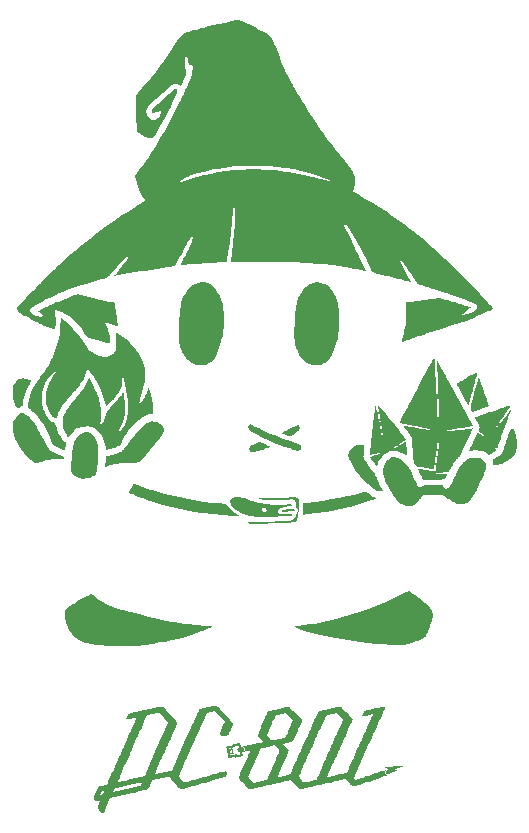
<source format=gbr>
%TF.GenerationSoftware,KiCad,Pcbnew,(6.0.5)*%
%TF.CreationDate,2022-09-12T01:39:42-06:00*%
%TF.ProjectId,MiniMageSpells,4d696e69-4d61-4676-9553-70656c6c732e,1.0*%
%TF.SameCoordinates,PX6e486c0PY7ba4d50*%
%TF.FileFunction,Soldermask,Top*%
%TF.FilePolarity,Negative*%
%FSLAX46Y46*%
G04 Gerber Fmt 4.6, Leading zero omitted, Abs format (unit mm)*
G04 Created by KiCad (PCBNEW (6.0.5)) date 2022-09-12 01:39:42*
%MOMM*%
%LPD*%
G01*
G04 APERTURE LIST*
G04 APERTURE END LIST*
%TO.C,G\u002A\u002A\u002A*%
G36*
X-965828Y39661553D02*
G01*
X-770710Y39610137D01*
X-685261Y39578269D01*
X-609147Y39545497D01*
X-551591Y39516223D01*
X-521814Y39494853D01*
X-519656Y39490256D01*
X-528678Y39468841D01*
X-553668Y39416016D01*
X-591512Y39338198D01*
X-639097Y39241805D01*
X-680196Y39159398D01*
X-863086Y38770275D01*
X-1010748Y38403628D01*
X-1123126Y38059630D01*
X-1200166Y37738452D01*
X-1241812Y37440267D01*
X-1245130Y37395590D01*
X-1250515Y37312626D01*
X-1461547Y37242004D01*
X-1551306Y37212706D01*
X-1627094Y37189343D01*
X-1679321Y37174790D01*
X-1696977Y37171382D01*
X-1717254Y37189312D01*
X-1747122Y37236360D01*
X-1780177Y37302410D01*
X-1780720Y37303617D01*
X-1879561Y37550022D01*
X-1960713Y37806210D01*
X-2022719Y38064262D01*
X-2064121Y38316262D01*
X-2083464Y38554291D01*
X-2079291Y38770431D01*
X-2068192Y38866127D01*
X-2017934Y39071405D01*
X-1936509Y39249969D01*
X-1826995Y39400057D01*
X-1692471Y39519901D01*
X-1536013Y39607738D01*
X-1360702Y39661803D01*
X-1169614Y39680329D01*
X-965828Y39661553D01*
G37*
G36*
X20739761Y6006904D02*
G01*
X20876475Y6039360D01*
X21416642Y6168698D01*
X21454519Y6249139D01*
X21467759Y6278143D01*
X21497281Y6343430D01*
X21542020Y6442626D01*
X21600908Y6573360D01*
X21672880Y6733261D01*
X21756868Y6919957D01*
X21851806Y7131075D01*
X21956627Y7364244D01*
X22070265Y7617092D01*
X22191654Y7887248D01*
X22319726Y8172339D01*
X22453416Y8469994D01*
X22591656Y8777841D01*
X22616500Y8833172D01*
X22755214Y9142051D01*
X22889442Y9440814D01*
X23018127Y9727120D01*
X23140217Y9998629D01*
X23254656Y10252998D01*
X23360389Y10487887D01*
X23456363Y10700954D01*
X23541522Y10889860D01*
X23614812Y11052262D01*
X23675179Y11185820D01*
X23721567Y11288193D01*
X23752923Y11357039D01*
X23768191Y11390018D01*
X23769191Y11392044D01*
X23809487Y11446195D01*
X23850768Y11482045D01*
X23883748Y11494945D01*
X23952673Y11515514D01*
X24052076Y11542473D01*
X24176489Y11574540D01*
X24320446Y11610436D01*
X24478478Y11648882D01*
X24645118Y11688597D01*
X24814899Y11728302D01*
X24982354Y11766716D01*
X25142014Y11802560D01*
X25288413Y11834553D01*
X25416083Y11861417D01*
X25519557Y11881870D01*
X25593367Y11894633D01*
X25629682Y11898488D01*
X25654666Y11897499D01*
X25678743Y11892452D01*
X25705625Y11880224D01*
X25739027Y11857693D01*
X25782660Y11821735D01*
X25840239Y11769229D01*
X25915476Y11697053D01*
X26012084Y11602083D01*
X26133778Y11481197D01*
X26176398Y11438749D01*
X26293057Y11321364D01*
X26401035Y11210496D01*
X26496305Y11110455D01*
X26574839Y11025550D01*
X26632608Y10960091D01*
X26665586Y10918386D01*
X26670642Y10909954D01*
X26692204Y10832031D01*
X26689035Y10783619D01*
X26678726Y10757368D01*
X26652175Y10694838D01*
X26610440Y10598422D01*
X26554578Y10470516D01*
X26485649Y10313515D01*
X26404709Y10129814D01*
X26312817Y9921808D01*
X26211032Y9691894D01*
X26100410Y9442464D01*
X25982011Y9175916D01*
X25856891Y8894644D01*
X25726110Y8601042D01*
X25600820Y8320128D01*
X25466181Y8018375D01*
X25336445Y7727498D01*
X25212647Y7449821D01*
X25095821Y7187672D01*
X24987004Y6943375D01*
X24887229Y6719257D01*
X24797531Y6517643D01*
X24718946Y6340860D01*
X24652507Y6191233D01*
X24599251Y6071089D01*
X24560210Y5982753D01*
X24536421Y5928551D01*
X24528892Y5910790D01*
X24549140Y5914655D01*
X24605343Y5927121D01*
X24692247Y5946948D01*
X24804598Y5972899D01*
X24937140Y6003734D01*
X25084620Y6038214D01*
X25241781Y6075101D01*
X25403371Y6113156D01*
X25564134Y6151140D01*
X25718815Y6187814D01*
X25862160Y6221939D01*
X25988915Y6252277D01*
X26093824Y6277588D01*
X26171634Y6296634D01*
X26217088Y6308176D01*
X26226826Y6311095D01*
X26235759Y6330576D01*
X26260639Y6385949D01*
X26300207Y6474389D01*
X26353207Y6593069D01*
X26418381Y6739164D01*
X26494473Y6909847D01*
X26580225Y7102291D01*
X26674379Y7313671D01*
X26775680Y7541161D01*
X26882868Y7781934D01*
X26994688Y8033165D01*
X27109883Y8292026D01*
X27227194Y8555693D01*
X27345365Y8821338D01*
X27463138Y9086136D01*
X27579257Y9347261D01*
X27692463Y9601885D01*
X27801501Y9847184D01*
X27905113Y10080331D01*
X28002041Y10298499D01*
X28091028Y10498864D01*
X28170818Y10678598D01*
X28240152Y10834875D01*
X28297774Y10964869D01*
X28342427Y11065754D01*
X28372854Y11134705D01*
X28387796Y11168894D01*
X28388163Y11169756D01*
X28416046Y11235436D01*
X28083433Y11153201D01*
X27918994Y11114591D01*
X27790378Y11089562D01*
X27693307Y11078008D01*
X27623507Y11079825D01*
X27576703Y11094905D01*
X27548619Y11123144D01*
X27541060Y11139796D01*
X27533933Y11177207D01*
X27541001Y11220987D01*
X27565154Y11282205D01*
X27593619Y11341048D01*
X27646087Y11431894D01*
X27699454Y11500594D01*
X27731522Y11528649D01*
X27772904Y11546634D01*
X27852873Y11571212D01*
X27972063Y11602543D01*
X28131106Y11640785D01*
X28330636Y11686097D01*
X28557710Y11735717D01*
X28731745Y11773046D01*
X28893027Y11807360D01*
X29036797Y11837668D01*
X29158293Y11862979D01*
X29252756Y11882300D01*
X29315426Y11894640D01*
X29341543Y11899008D01*
X29341656Y11899008D01*
X29378160Y11881017D01*
X29413581Y11840127D01*
X29433896Y11793778D01*
X29434973Y11782939D01*
X29426516Y11759565D01*
X29401769Y11699611D01*
X29361663Y11605206D01*
X29307132Y11478480D01*
X29239107Y11321561D01*
X29158523Y11136578D01*
X29066312Y10925662D01*
X28963406Y10690942D01*
X28850738Y10434546D01*
X28729241Y10158605D01*
X28599849Y9865247D01*
X28463492Y9556601D01*
X28321105Y9234798D01*
X28173620Y8901966D01*
X28119155Y8779176D01*
X26803337Y5813482D01*
X26952442Y5664377D01*
X27404592Y5825740D01*
X27538009Y5872958D01*
X27690935Y5926404D01*
X27859060Y5984629D01*
X28038078Y6046183D01*
X28223679Y6109617D01*
X28411556Y6173480D01*
X28597401Y6236324D01*
X28776906Y6296698D01*
X28945763Y6353153D01*
X29099663Y6404239D01*
X29234298Y6448506D01*
X29345362Y6484506D01*
X29428544Y6510787D01*
X29479538Y6525901D01*
X29494324Y6528934D01*
X29490598Y6507337D01*
X29471840Y6464085D01*
X29468311Y6457138D01*
X29444847Y6397491D01*
X29435052Y6344208D01*
X29435052Y6343952D01*
X29451879Y6275686D01*
X29495345Y6202035D01*
X29555226Y6138495D01*
X29584466Y6117534D01*
X29649609Y6077918D01*
X29579363Y6053202D01*
X29396775Y5989449D01*
X29197816Y5920854D01*
X28986238Y5848648D01*
X28765794Y5774059D01*
X28540236Y5698318D01*
X28313317Y5622653D01*
X28088790Y5548294D01*
X27870408Y5476472D01*
X27661922Y5408414D01*
X27467086Y5345351D01*
X27289651Y5288511D01*
X27133372Y5239126D01*
X27002000Y5198423D01*
X26899287Y5167632D01*
X26828988Y5147984D01*
X26794853Y5140707D01*
X26794163Y5140690D01*
X26763816Y5142035D01*
X26735253Y5148348D01*
X26704605Y5163043D01*
X26668005Y5189535D01*
X26621585Y5231237D01*
X26561476Y5291564D01*
X26483812Y5373930D01*
X26384725Y5481750D01*
X26290218Y5585560D01*
X26223144Y5657577D01*
X26164811Y5716905D01*
X26121881Y5756978D01*
X26101917Y5771153D01*
X26078093Y5767228D01*
X26015998Y5754248D01*
X25918597Y5732889D01*
X25788856Y5703831D01*
X25629739Y5667751D01*
X25444211Y5625326D01*
X25235237Y5577236D01*
X25005782Y5524157D01*
X24758810Y5466768D01*
X24497287Y5405748D01*
X24225873Y5342170D01*
X23951727Y5278007D01*
X23688391Y5216719D01*
X23438917Y5158996D01*
X23206357Y5105529D01*
X22993763Y5057008D01*
X22804187Y5014124D01*
X22640681Y4977567D01*
X22506296Y4948028D01*
X22404085Y4926197D01*
X22337099Y4912765D01*
X22308692Y4908413D01*
X22245677Y4917349D01*
X22198304Y4934893D01*
X22170260Y4958788D01*
X22120092Y5009132D01*
X22053226Y5080180D01*
X21975082Y5166189D01*
X21903983Y5246611D01*
X21817371Y5345686D01*
X21734934Y5439778D01*
X21662970Y5521714D01*
X21607776Y5584323D01*
X21580969Y5614511D01*
X21507684Y5696422D01*
X20710153Y5512291D01*
X20504739Y5464749D01*
X20268472Y5409869D01*
X20011727Y5350073D01*
X19744877Y5287782D01*
X19478300Y5225419D01*
X19222369Y5165405D01*
X18987460Y5110163D01*
X18975388Y5107319D01*
X18781562Y5061847D01*
X18599557Y5019531D01*
X18433696Y4981349D01*
X18288304Y4948280D01*
X18167706Y4921300D01*
X18076224Y4901388D01*
X18018184Y4889521D01*
X17998746Y4886478D01*
X17956185Y4898445D01*
X17902545Y4927872D01*
X17893549Y4934142D01*
X17862534Y4962617D01*
X17809061Y5018043D01*
X17737889Y5094984D01*
X17653779Y5188004D01*
X17561489Y5291664D01*
X17465780Y5400529D01*
X17371411Y5509160D01*
X17283143Y5612122D01*
X17205733Y5703976D01*
X17143943Y5779287D01*
X17102532Y5832617D01*
X17088051Y5854268D01*
X17068501Y5912721D01*
X17063330Y5956633D01*
X17065712Y5964851D01*
X17874804Y5964851D01*
X17885086Y5939895D01*
X17918094Y5890457D01*
X17968105Y5823454D01*
X18029395Y5745802D01*
X18096242Y5664418D01*
X18162924Y5586217D01*
X18223717Y5518117D01*
X18272899Y5467032D01*
X18304747Y5439880D01*
X18311346Y5437270D01*
X18335608Y5441913D01*
X18395468Y5454989D01*
X18485286Y5475217D01*
X18599419Y5501317D01*
X18732226Y5532007D01*
X18863015Y5562487D01*
X19008036Y5596929D01*
X19139542Y5629151D01*
X19251854Y5657681D01*
X19339289Y5681047D01*
X19396169Y5697777D01*
X19416503Y5705907D01*
X19431374Y5731466D01*
X19460874Y5791521D01*
X19503254Y5882064D01*
X19556767Y5999086D01*
X19619666Y6138576D01*
X19690202Y6296526D01*
X19766629Y6468926D01*
X19847198Y6651767D01*
X19930163Y6841039D01*
X20013774Y7032735D01*
X20096285Y7222843D01*
X20175948Y7407355D01*
X20251016Y7582262D01*
X20319740Y7743554D01*
X20380373Y7887222D01*
X20431168Y8009257D01*
X20470376Y8105649D01*
X20496250Y8172389D01*
X20507043Y8205468D01*
X20507174Y8208029D01*
X20488144Y8236569D01*
X20444888Y8287271D01*
X20383797Y8353009D01*
X20311260Y8426659D01*
X20309992Y8427911D01*
X20124464Y8611075D01*
X19536512Y8490040D01*
X19383823Y8458065D01*
X19244482Y8427846D01*
X19123957Y8400654D01*
X19027714Y8377756D01*
X18961221Y8360421D01*
X18929944Y8349918D01*
X18928584Y8348967D01*
X18917324Y8327156D01*
X18890897Y8270620D01*
X18851114Y8183451D01*
X18799783Y8069745D01*
X18738714Y7933594D01*
X18669717Y7779093D01*
X18594600Y7610334D01*
X18515174Y7431413D01*
X18433247Y7246422D01*
X18350630Y7059455D01*
X18269131Y6874606D01*
X18190560Y6695968D01*
X18116727Y6527636D01*
X18049440Y6373703D01*
X17990509Y6238262D01*
X17941744Y6125408D01*
X17904955Y6039234D01*
X17881949Y5983834D01*
X17874804Y5964851D01*
X17065712Y5964851D01*
X17071840Y5985993D01*
X17096321Y6050231D01*
X17135195Y6145658D01*
X17186885Y6268588D01*
X17249815Y6415333D01*
X17322409Y6582205D01*
X17403088Y6765518D01*
X17490278Y6961584D01*
X17550214Y7095273D01*
X17640300Y7295964D01*
X17724736Y7484833D01*
X17801991Y7658397D01*
X17870531Y7813176D01*
X17928822Y7945688D01*
X17975331Y8052452D01*
X18008525Y8129987D01*
X18026871Y8174810D01*
X18030065Y8184852D01*
X18007879Y8183377D01*
X17952671Y8174160D01*
X17872765Y8158721D01*
X17776569Y8138597D01*
X17679811Y8117860D01*
X17599036Y8100892D01*
X17542740Y8089455D01*
X17519464Y8085310D01*
X17522329Y8101099D01*
X17542616Y8140381D01*
X17550801Y8154159D01*
X17584335Y8239123D01*
X17591044Y8329506D01*
X17570401Y8405601D01*
X17537114Y8445214D01*
X17486388Y8485024D01*
X17481558Y8488035D01*
X17441146Y8517723D01*
X17438874Y8535358D01*
X17445837Y8538817D01*
X17472810Y8545124D01*
X17536689Y8558649D01*
X17632807Y8578446D01*
X17756496Y8603568D01*
X17903087Y8633069D01*
X18067914Y8666001D01*
X18246308Y8701418D01*
X18292020Y8710459D01*
X18473471Y8746410D01*
X18642872Y8780150D01*
X18795490Y8810722D01*
X18926595Y8837172D01*
X19031454Y8858543D01*
X19105335Y8873880D01*
X19143507Y8882227D01*
X19146820Y8883082D01*
X19156201Y8892573D01*
X19148923Y8913783D01*
X19121989Y8950448D01*
X19072402Y9006306D01*
X18997164Y9085093D01*
X18929681Y9153815D01*
X18833547Y9252161D01*
X18764124Y9326371D01*
X18717407Y9381496D01*
X18689396Y9422587D01*
X18676088Y9454696D01*
X18675241Y9461672D01*
X19414651Y9461672D01*
X19557714Y9328086D01*
X19665132Y9228075D01*
X19745962Y9153664D01*
X19804343Y9101277D01*
X19844411Y9067340D01*
X19870305Y9048279D01*
X19886162Y9040518D01*
X19891437Y9039758D01*
X19917133Y9043988D01*
X19978526Y9055898D01*
X20069874Y9074318D01*
X20185440Y9098079D01*
X20319484Y9126013D01*
X20449454Y9153390D01*
X20595010Y9184733D01*
X20726976Y9214170D01*
X20839643Y9240344D01*
X20927300Y9261900D01*
X20984236Y9277481D01*
X21004433Y9285212D01*
X21016861Y9308125D01*
X21044324Y9365420D01*
X21084813Y9452693D01*
X21136316Y9565537D01*
X21196824Y9699547D01*
X21264327Y9850317D01*
X21336815Y10013441D01*
X21341300Y10023573D01*
X21660021Y10743737D01*
X21350577Y11053697D01*
X21041134Y11363657D01*
X20606847Y11250853D01*
X20477905Y11217141D01*
X20363630Y11186846D01*
X20270099Y11161612D01*
X20203392Y11143085D01*
X20169587Y11132913D01*
X20166673Y11131654D01*
X20157041Y11111598D01*
X20131899Y11056859D01*
X20093050Y10971425D01*
X20042297Y10859281D01*
X19981441Y10724417D01*
X19912286Y10570818D01*
X19836635Y10402473D01*
X19787718Y10293466D01*
X19414651Y9461672D01*
X18675241Y9461672D01*
X18673338Y9477349D01*
X18681512Y9507067D01*
X18704699Y9570869D01*
X18740902Y9664032D01*
X18788122Y9781839D01*
X18844359Y9919568D01*
X18907614Y10072499D01*
X18975889Y10235912D01*
X19047185Y10405087D01*
X19119503Y10575305D01*
X19190843Y10741844D01*
X19259208Y10899986D01*
X19322597Y11045009D01*
X19379013Y11172193D01*
X19426456Y11276820D01*
X19462927Y11354168D01*
X19486427Y11399517D01*
X19489411Y11404357D01*
X19532592Y11454009D01*
X19572766Y11486748D01*
X19604965Y11499073D01*
X19673013Y11518926D01*
X19771318Y11545020D01*
X19894288Y11576068D01*
X20036330Y11610782D01*
X20191851Y11647875D01*
X20355261Y11686059D01*
X20520966Y11724047D01*
X20683374Y11760552D01*
X20836893Y11794286D01*
X20975931Y11823962D01*
X21094895Y11848292D01*
X21188193Y11865990D01*
X21250233Y11875767D01*
X21269307Y11877303D01*
X21291549Y11875508D01*
X21315488Y11868185D01*
X21344569Y11852425D01*
X21382234Y11825322D01*
X21431926Y11783969D01*
X21497089Y11725457D01*
X21581165Y11646879D01*
X21687598Y11545328D01*
X21819830Y11417896D01*
X21864529Y11374685D01*
X21988160Y11254619D01*
X22102404Y11142716D01*
X22203575Y11042659D01*
X22287986Y10958134D01*
X22351952Y10892824D01*
X22391787Y10850413D01*
X22403595Y10835877D01*
X22417877Y10788345D01*
X22422963Y10735797D01*
X22414468Y10701426D01*
X22390446Y10633773D01*
X22353094Y10537834D01*
X22304604Y10418610D01*
X22247174Y10281098D01*
X22182997Y10130299D01*
X22114269Y9971210D01*
X22043186Y9808830D01*
X21971941Y9648159D01*
X21902730Y9494194D01*
X21837748Y9351935D01*
X21779191Y9226380D01*
X21729252Y9122528D01*
X21690129Y9045379D01*
X21664014Y8999929D01*
X21656695Y8990799D01*
X21630903Y8972709D01*
X21594235Y8954989D01*
X21541409Y8936069D01*
X21467144Y8914380D01*
X21366157Y8888354D01*
X21233168Y8856421D01*
X21101818Y8825942D01*
X20808112Y8758425D01*
X20965264Y8596638D01*
X21080689Y8476459D01*
X21168322Y8381814D01*
X21231126Y8309090D01*
X21272060Y8254676D01*
X21294085Y8214960D01*
X21300194Y8188035D01*
X21291819Y8160527D01*
X21267718Y8097939D01*
X21229423Y8003888D01*
X21178466Y7881987D01*
X21116383Y7735851D01*
X21044705Y7569096D01*
X20964965Y7385336D01*
X20878697Y7188186D01*
X20810051Y7032390D01*
X20720324Y6828921D01*
X20636182Y6637289D01*
X20559116Y6460945D01*
X20490618Y6303342D01*
X20432178Y6167931D01*
X20385287Y6058165D01*
X20351437Y5977494D01*
X20332117Y5929371D01*
X20328108Y5916638D01*
X20350055Y5919598D01*
X20407684Y5931333D01*
X20495504Y5950615D01*
X20606356Y5975834D01*
X22163223Y5975834D01*
X22174573Y5953034D01*
X22208401Y5905548D01*
X22258941Y5840273D01*
X22320425Y5764103D01*
X22387087Y5683935D01*
X22453161Y5606664D01*
X22512881Y5539186D01*
X22560480Y5488396D01*
X22590191Y5461190D01*
X22595873Y5458454D01*
X22620510Y5463108D01*
X22680533Y5476184D01*
X22770099Y5496357D01*
X22883362Y5522301D01*
X23014477Y5552691D01*
X23116531Y5576551D01*
X23256695Y5609877D01*
X23382927Y5640733D01*
X23489431Y5667632D01*
X23570410Y5689088D01*
X23620067Y5703617D01*
X23633170Y5708953D01*
X23642960Y5729377D01*
X23668689Y5785768D01*
X23709127Y5875357D01*
X23763042Y5995378D01*
X23829204Y6143063D01*
X23906383Y6315644D01*
X23993349Y6510354D01*
X24088870Y6724425D01*
X24191717Y6955091D01*
X24300658Y7199583D01*
X24414464Y7455134D01*
X24531904Y7718976D01*
X24651747Y7988342D01*
X24772762Y8260465D01*
X24893721Y8532576D01*
X25013391Y8801909D01*
X25130542Y9065696D01*
X25243944Y9321170D01*
X25352367Y9565562D01*
X25454579Y9796106D01*
X25549351Y10010033D01*
X25635452Y10204577D01*
X25711651Y10376970D01*
X25776718Y10524444D01*
X25829422Y10644233D01*
X25868533Y10733567D01*
X25892821Y10789681D01*
X25900998Y10809522D01*
X25889161Y10831549D01*
X25852125Y10878373D01*
X25794496Y10944677D01*
X25720875Y11025143D01*
X25646890Y11103058D01*
X25385997Y11373383D01*
X24926623Y11263917D01*
X24792805Y11231538D01*
X24672961Y11201607D01*
X24573207Y11175726D01*
X24499661Y11155500D01*
X24458437Y11142533D01*
X24452003Y11139438D01*
X24441959Y11118852D01*
X24416023Y11062261D01*
X24375418Y10972419D01*
X24321362Y10852082D01*
X24255078Y10704002D01*
X24177786Y10530934D01*
X24090706Y10335634D01*
X23995061Y10120854D01*
X23892070Y9889349D01*
X23782954Y9643874D01*
X23668935Y9387183D01*
X23551233Y9122030D01*
X23431069Y8851169D01*
X23309663Y8577355D01*
X23188238Y8303342D01*
X23068013Y8031884D01*
X22950209Y7765736D01*
X22836048Y7507652D01*
X22726749Y7260386D01*
X22623535Y7026693D01*
X22527626Y6809327D01*
X22440242Y6611041D01*
X22362604Y6434591D01*
X22295935Y6282731D01*
X22241453Y6158215D01*
X22200380Y6063797D01*
X22173937Y6002232D01*
X22163345Y5976274D01*
X22163223Y5975834D01*
X20606356Y5975834D01*
X20608026Y5976214D01*
X20739761Y6006904D01*
G37*
G36*
X4578594Y21417351D02*
G01*
X4622047Y21398393D01*
X4680272Y21362357D01*
X4759209Y21306525D01*
X4864797Y21228177D01*
X4887220Y21211377D01*
X5243370Y20959661D01*
X5600823Y20738858D01*
X5974527Y20539768D01*
X5994522Y20529917D01*
X6230623Y20419093D01*
X6454536Y20325569D01*
X6679608Y20244574D01*
X6919183Y20171339D01*
X7186606Y20101093D01*
X7210712Y20095189D01*
X7324965Y20066543D01*
X7470733Y20028757D01*
X7638783Y19984297D01*
X7819881Y19935627D01*
X8004793Y19885210D01*
X8184287Y19835512D01*
X8197692Y19831765D01*
X8660776Y19703864D01*
X9090263Y19588935D01*
X9492449Y19485684D01*
X9873632Y19392816D01*
X10240107Y19309037D01*
X10598172Y19233053D01*
X10954124Y19163569D01*
X11314259Y19099293D01*
X11684876Y19038928D01*
X12072269Y18981182D01*
X12482737Y18924760D01*
X12826466Y18880396D01*
X13043455Y18853102D01*
X13224706Y18830483D01*
X13376518Y18811909D01*
X13505189Y18796750D01*
X13617015Y18784376D01*
X13718295Y18774158D01*
X13815327Y18765465D01*
X13914408Y18757667D01*
X14021837Y18750135D01*
X14143911Y18742238D01*
X14286927Y18733347D01*
X14312186Y18731789D01*
X14449310Y18722445D01*
X14573765Y18712282D01*
X14678745Y18701993D01*
X14757445Y18692269D01*
X14803059Y18683801D01*
X14810017Y18681223D01*
X14828481Y18666393D01*
X14821336Y18651224D01*
X14783130Y18629855D01*
X14746860Y18613317D01*
X14698061Y18593099D01*
X14614512Y18560116D01*
X14501221Y18516249D01*
X14363194Y18463379D01*
X14205440Y18403387D01*
X14032965Y18338154D01*
X13850776Y18269561D01*
X13663881Y18199489D01*
X13477287Y18129818D01*
X13296002Y18062430D01*
X13125031Y17999205D01*
X12969383Y17942025D01*
X12834065Y17892770D01*
X12724084Y17853321D01*
X12716659Y17850691D01*
X12592945Y17807478D01*
X12480076Y17769630D01*
X12372532Y17735792D01*
X12264789Y17704611D01*
X12151329Y17674732D01*
X12026628Y17644800D01*
X11885166Y17613462D01*
X11721423Y17579363D01*
X11529875Y17541149D01*
X11305003Y17497467D01*
X11174089Y17472336D01*
X10774672Y17396430D01*
X10414456Y17329178D01*
X10091243Y17270207D01*
X9802837Y17219145D01*
X9547043Y17175620D01*
X9321664Y17139261D01*
X9124504Y17109695D01*
X8953367Y17086550D01*
X8806055Y17069454D01*
X8780261Y17066828D01*
X8717797Y17062637D01*
X8618288Y17058484D01*
X8487058Y17054432D01*
X8329431Y17050546D01*
X8150730Y17046887D01*
X7956279Y17043522D01*
X7751402Y17040513D01*
X7541423Y17037924D01*
X7331664Y17035820D01*
X7127451Y17034264D01*
X6934106Y17033320D01*
X6756954Y17033051D01*
X6601318Y17033523D01*
X6472522Y17034797D01*
X6375889Y17036940D01*
X6354656Y17037732D01*
X5864812Y17064394D01*
X5411995Y17101437D01*
X4992050Y17149285D01*
X4600823Y17208358D01*
X4501028Y17226022D01*
X4325345Y17258915D01*
X4183214Y17288170D01*
X4066321Y17316665D01*
X3966352Y17347275D01*
X3874995Y17382877D01*
X3783935Y17426346D01*
X3684860Y17480560D01*
X3569766Y17548208D01*
X3459174Y17616197D01*
X3353950Y17684165D01*
X3262854Y17746219D01*
X3194646Y17796464D01*
X3169024Y17817873D01*
X3114361Y17874487D01*
X3042831Y17958039D01*
X2960863Y18060079D01*
X2874887Y18172154D01*
X2791331Y18285814D01*
X2716626Y18392609D01*
X2657200Y18484088D01*
X2639494Y18513893D01*
X2578311Y18637837D01*
X2519247Y18788813D01*
X2464124Y18958714D01*
X2414766Y19139434D01*
X2372997Y19322865D01*
X2340639Y19500901D01*
X2319517Y19665436D01*
X2311452Y19808362D01*
X2318269Y19921572D01*
X2320263Y19933254D01*
X2354191Y20056413D01*
X2409565Y20160812D01*
X2492661Y20255029D01*
X2609752Y20347641D01*
X2636808Y20366063D01*
X2671021Y20386900D01*
X2737660Y20425708D01*
X2832108Y20479895D01*
X2949747Y20546870D01*
X3085959Y20624042D01*
X3236126Y20708819D01*
X3395630Y20798610D01*
X3559853Y20890824D01*
X3724178Y20982870D01*
X3883985Y21072155D01*
X4034658Y21156090D01*
X4171578Y21232081D01*
X4290127Y21297539D01*
X4385688Y21349872D01*
X4453642Y21386489D01*
X4477484Y21398943D01*
X4512252Y21414907D01*
X4543975Y21421949D01*
X4578594Y21417351D01*
G37*
G36*
X22121143Y35701394D02*
G01*
X22156606Y35679980D01*
X22177867Y35660105D01*
X22222408Y35587259D01*
X22230476Y35497424D01*
X22201844Y35395550D01*
X22191004Y35372809D01*
X22158081Y35329398D01*
X22096001Y35266805D01*
X22010505Y35189872D01*
X21907335Y35103441D01*
X21792233Y35012353D01*
X21670941Y34921452D01*
X21574652Y34853047D01*
X21494064Y34810029D01*
X21413045Y34787868D01*
X21346634Y34790528D01*
X21342563Y34791874D01*
X21249357Y34826028D01*
X21144090Y34865626D01*
X21034252Y34907727D01*
X20927332Y34949389D01*
X20830819Y34987673D01*
X20752203Y35019637D01*
X20698974Y35042340D01*
X20678924Y35052462D01*
X20692760Y35065703D01*
X20740138Y35095638D01*
X20816770Y35139880D01*
X20918369Y35196042D01*
X21040646Y35261740D01*
X21179313Y35334587D01*
X21272085Y35382526D01*
X21444771Y35470859D01*
X21584588Y35541395D01*
X21696113Y35596156D01*
X21783926Y35637165D01*
X21852603Y35666442D01*
X21906723Y35686009D01*
X21950864Y35697888D01*
X21989605Y35704100D01*
X22003096Y35705338D01*
X22075215Y35708490D01*
X22121143Y35701394D01*
G37*
G36*
X16543542Y28791267D02*
G01*
X16438352Y28935479D01*
X16364635Y29084035D01*
X16326462Y29231803D01*
X16321958Y29299885D01*
X16334934Y29392402D01*
X16376808Y29469141D01*
X16452283Y29536161D01*
X16547511Y29590578D01*
X16635795Y29630230D01*
X16712751Y29653251D01*
X16799152Y29664775D01*
X16861576Y29668207D01*
X16904709Y29669923D01*
X16942489Y29670673D01*
X16979174Y29669414D01*
X17019024Y29665102D01*
X17066298Y29656694D01*
X17125253Y29643148D01*
X17200150Y29623421D01*
X17295247Y29596469D01*
X17414802Y29561250D01*
X17563074Y29516721D01*
X17744323Y29461838D01*
X17912050Y29410953D01*
X18203057Y29325472D01*
X18491831Y29245967D01*
X18770557Y29174387D01*
X19031418Y29112680D01*
X19266597Y29062795D01*
X19425382Y29033646D01*
X19582333Y29013284D01*
X19776172Y28998144D01*
X20001727Y28988321D01*
X20253831Y28983911D01*
X20527311Y28985011D01*
X20816998Y28991716D01*
X21089962Y29002752D01*
X21250706Y29009854D01*
X21373994Y29013208D01*
X21464618Y29012267D01*
X21527370Y29006482D01*
X21567043Y28995305D01*
X21588427Y28978186D01*
X21596315Y28954578D01*
X21596774Y28944746D01*
X21595038Y28926139D01*
X21585722Y28912052D01*
X21562667Y28900897D01*
X21519712Y28891086D01*
X21450697Y28881032D01*
X21349461Y28869147D01*
X21269201Y28860314D01*
X21045354Y28829659D01*
X20849695Y28790062D01*
X20685263Y28742498D01*
X20555094Y28687945D01*
X20462225Y28627381D01*
X20426096Y28589139D01*
X20396377Y28525442D01*
X20385031Y28454811D01*
X20404584Y28368327D01*
X20463007Y28297953D01*
X20559946Y28243783D01*
X20695046Y28205908D01*
X20867955Y28184422D01*
X21078317Y28179415D01*
X21325780Y28190982D01*
X21379635Y28195287D01*
X21575590Y28211937D01*
X21575590Y28148368D01*
X21562264Y28090029D01*
X21537624Y28064480D01*
X21506413Y28057843D01*
X21439242Y28050153D01*
X21342491Y28041916D01*
X21222540Y28033638D01*
X21085769Y28025822D01*
X20992127Y28021286D01*
X20585668Y28003554D01*
X20219688Y27988851D01*
X19892408Y27977149D01*
X19602050Y27968416D01*
X19346834Y27962621D01*
X19124981Y27959733D01*
X18934714Y27959723D01*
X18774252Y27962559D01*
X18641817Y27968210D01*
X18535630Y27976646D01*
X18518163Y27978574D01*
X18289853Y28014594D01*
X18037735Y28070949D01*
X17773085Y28144225D01*
X17507183Y28231008D01*
X17251305Y28327883D01*
X17016730Y28431436D01*
X17007240Y28436012D01*
X16832057Y28536401D01*
X16753952Y28596576D01*
X19012601Y28596576D01*
X19028153Y28514750D01*
X19077029Y28442913D01*
X19128801Y28404477D01*
X19205368Y28381829D01*
X19287599Y28387008D01*
X19356812Y28418320D01*
X19365759Y28425950D01*
X19405301Y28488993D01*
X19413257Y28564586D01*
X19393374Y28641893D01*
X19349397Y28710078D01*
X19285071Y28758306D01*
X19246288Y28771585D01*
X19174000Y28769636D01*
X19100306Y28740682D01*
X19044089Y28693083D01*
X19034100Y28677643D01*
X19012601Y28596576D01*
X16753952Y28596576D01*
X16676134Y28656530D01*
X16543542Y28791267D01*
G37*
G36*
X4909591Y4579982D02*
G01*
X4968116Y4699241D01*
X5027543Y4815546D01*
X5084468Y4922433D01*
X5135488Y5013441D01*
X5177197Y5082107D01*
X5206192Y5121966D01*
X5214758Y5129035D01*
X5248214Y5138805D01*
X5314738Y5155673D01*
X5406021Y5177619D01*
X5513755Y5202623D01*
X5567326Y5214770D01*
X5677353Y5240159D01*
X5772310Y5263260D01*
X5844687Y5282153D01*
X5886977Y5294919D01*
X5894525Y5298434D01*
X5904293Y5318750D01*
X5929983Y5375109D01*
X5970436Y5464901D01*
X5986874Y5501577D01*
X6813417Y5501577D01*
X6814931Y5491994D01*
X6818110Y5491471D01*
X6846894Y5498145D01*
X6913044Y5513165D01*
X7012581Y5535637D01*
X7141523Y5564665D01*
X7295888Y5599355D01*
X7471695Y5638812D01*
X7664964Y5682140D01*
X7871713Y5728445D01*
X7975017Y5751565D01*
X9086826Y6000340D01*
X10094871Y8268005D01*
X11102916Y10535669D01*
X10715040Y10968163D01*
X10612385Y11081450D01*
X10517993Y11183383D01*
X10435761Y11269929D01*
X10369587Y11337058D01*
X10323371Y11380736D01*
X10301010Y11396933D01*
X10300460Y11396937D01*
X10272970Y11391392D01*
X10210267Y11377842D01*
X10118464Y11357638D01*
X10003669Y11332128D01*
X9871996Y11302663D01*
X9785247Y11283154D01*
X9296739Y11173091D01*
X9071563Y10661936D01*
X9033343Y10575330D01*
X8979301Y10453101D01*
X8910812Y10298351D01*
X8829249Y10114179D01*
X8735988Y9903685D01*
X8632402Y9669971D01*
X8519866Y9416135D01*
X8399755Y9145278D01*
X8273441Y8860500D01*
X8142301Y8564902D01*
X8007707Y8261583D01*
X7871035Y7953643D01*
X7809700Y7815467D01*
X7651579Y7459074D01*
X7509997Y7139491D01*
X7384164Y6854867D01*
X7273290Y6603350D01*
X7176584Y6383087D01*
X7093256Y6192226D01*
X7022516Y6028915D01*
X6963574Y5891303D01*
X6915639Y5777537D01*
X6877921Y5685765D01*
X6849630Y5614135D01*
X6829976Y5560795D01*
X6818168Y5523893D01*
X6813417Y5501577D01*
X5986874Y5501577D01*
X6024494Y5585511D01*
X6090999Y5734325D01*
X6168792Y5908732D01*
X6256716Y6106117D01*
X6353612Y6323868D01*
X6458323Y6559371D01*
X6569689Y6810012D01*
X6686554Y7073180D01*
X6807758Y7346260D01*
X6932143Y7626639D01*
X7058552Y7911704D01*
X7185826Y8198842D01*
X7312807Y8485440D01*
X7438337Y8768883D01*
X7561258Y9046560D01*
X7680411Y9315857D01*
X7794638Y9574161D01*
X7902782Y9818858D01*
X8003683Y10047335D01*
X8096185Y10256979D01*
X8179128Y10445177D01*
X8251354Y10609315D01*
X8311706Y10746781D01*
X8359026Y10854960D01*
X8392154Y10931241D01*
X8409933Y10973009D01*
X8412747Y10980423D01*
X8392133Y10977055D01*
X8336938Y10965574D01*
X8253854Y10947437D01*
X8149576Y10924101D01*
X8049402Y10901296D01*
X7927826Y10874094D01*
X7817320Y10850628D01*
X7725872Y10832495D01*
X7661471Y10821295D01*
X7635248Y10818402D01*
X7571819Y10830936D01*
X7538351Y10870108D01*
X7534736Y10936905D01*
X7560864Y11032313D01*
X7601388Y11126321D01*
X7653953Y11222359D01*
X7701712Y11282211D01*
X7725060Y11298475D01*
X7756374Y11307715D01*
X7824924Y11324556D01*
X7926440Y11348097D01*
X8056652Y11377431D01*
X8211290Y11411654D01*
X8386083Y11449863D01*
X8576763Y11491153D01*
X8779058Y11534620D01*
X8988699Y11579359D01*
X9201416Y11624466D01*
X9412938Y11669037D01*
X9618997Y11712167D01*
X9815321Y11752952D01*
X9997641Y11790488D01*
X10161687Y11823870D01*
X10303188Y11852195D01*
X10417876Y11874557D01*
X10501479Y11890052D01*
X10549728Y11897776D01*
X10558165Y11898488D01*
X10619593Y11891859D01*
X10666045Y11877100D01*
X10689445Y11856732D01*
X10737278Y11809020D01*
X10805688Y11738163D01*
X10890820Y11648358D01*
X10988817Y11543803D01*
X11095825Y11428696D01*
X11207988Y11307236D01*
X11321450Y11183620D01*
X11432354Y11062045D01*
X11536847Y10946711D01*
X11631071Y10841814D01*
X11711172Y10751553D01*
X11773293Y10680125D01*
X11813579Y10631729D01*
X11827327Y10612739D01*
X11846036Y10555589D01*
X11851234Y10507011D01*
X11842641Y10480015D01*
X11817809Y10416925D01*
X11777848Y10320297D01*
X11723869Y10192692D01*
X11656984Y10036666D01*
X11578304Y9854778D01*
X11488939Y9649585D01*
X11390002Y9423647D01*
X11282603Y9179522D01*
X11167853Y8919767D01*
X11046864Y8646940D01*
X10920747Y8363600D01*
X10900558Y8318338D01*
X10774085Y8034767D01*
X10652614Y7762191D01*
X10537242Y7503083D01*
X10429067Y7259920D01*
X10329187Y7035175D01*
X10238699Y6831324D01*
X10158701Y6650843D01*
X10090292Y6496206D01*
X10034568Y6369889D01*
X9992628Y6274366D01*
X9965569Y6212113D01*
X9954489Y6185605D01*
X9954280Y6184815D01*
X9975150Y6187675D01*
X10032798Y6197838D01*
X10122436Y6214402D01*
X10239274Y6236463D01*
X10378523Y6263120D01*
X10535396Y6293469D01*
X10669256Y6319583D01*
X11380588Y6458850D01*
X12532509Y9044108D01*
X12705632Y9432374D01*
X12862429Y9783417D01*
X13003619Y10098804D01*
X13129923Y10380100D01*
X13242060Y10628870D01*
X13340750Y10846682D01*
X13426714Y11035100D01*
X13500671Y11195691D01*
X13563341Y11330019D01*
X13615443Y11439652D01*
X13657699Y11526154D01*
X13690827Y11591092D01*
X13715549Y11636032D01*
X13732582Y11662538D01*
X13740231Y11670899D01*
X13782423Y11690380D01*
X13866064Y11716961D01*
X13990846Y11750561D01*
X14156463Y11791097D01*
X14362607Y11838488D01*
X14407537Y11848530D01*
X14603162Y11891715D01*
X14762029Y11925774D01*
X14888609Y11951340D01*
X14987372Y11969049D01*
X15062788Y11979536D01*
X15119328Y11983435D01*
X15161463Y11981381D01*
X15193663Y11974009D01*
X15217488Y11963542D01*
X15241005Y11943192D01*
X15289931Y11894789D01*
X15361154Y11821611D01*
X15451559Y11726934D01*
X15558035Y11614036D01*
X15677466Y11486195D01*
X15806742Y11346686D01*
X15909060Y11235526D01*
X16073222Y11056055D01*
X16210093Y10904988D01*
X16321607Y10780059D01*
X16409699Y10678998D01*
X16476305Y10599537D01*
X16523361Y10539409D01*
X16552802Y10496344D01*
X16566562Y10468075D01*
X16567677Y10463619D01*
X16569297Y10435484D01*
X16563259Y10398425D01*
X16547645Y10347382D01*
X16520534Y10277296D01*
X16480010Y10183110D01*
X16424152Y10059763D01*
X16370899Y9944763D01*
X16297393Y9788949D01*
X16238288Y9668495D01*
X16191553Y9579708D01*
X16155161Y9518894D01*
X16127083Y9482360D01*
X16109102Y9468060D01*
X16059107Y9454322D01*
X15979835Y9445178D01*
X15882092Y9440520D01*
X15776684Y9440242D01*
X15674415Y9444236D01*
X15586090Y9452396D01*
X15522514Y9464615D01*
X15500404Y9474084D01*
X15475690Y9496645D01*
X15461223Y9525955D01*
X15458143Y9566349D01*
X15467588Y9622166D01*
X15490701Y9697743D01*
X15528619Y9797416D01*
X15582484Y9925522D01*
X15653436Y10086398D01*
X15672585Y10129146D01*
X15891097Y10615934D01*
X15479823Y11077144D01*
X15374983Y11194371D01*
X15279370Y11300622D01*
X15196570Y11391965D01*
X15130169Y11464469D01*
X15083752Y11514200D01*
X15060907Y11537226D01*
X15059249Y11538354D01*
X15036633Y11533464D01*
X14979883Y11519925D01*
X14895952Y11499429D01*
X14791793Y11473672D01*
X14704763Y11451967D01*
X14359578Y11365579D01*
X13186726Y8724486D01*
X13045779Y8407087D01*
X12909378Y8099914D01*
X12778532Y7805238D01*
X12654250Y7525330D01*
X12537538Y7262463D01*
X12429408Y7018909D01*
X12330865Y6796938D01*
X12242920Y6598822D01*
X12166581Y6426835D01*
X12102856Y6283246D01*
X12052754Y6170328D01*
X12017283Y6090353D01*
X11997451Y6045592D01*
X11993590Y6036841D01*
X11989000Y6016325D01*
X11994956Y5991206D01*
X12015022Y5956384D01*
X12052760Y5906762D01*
X12111734Y5837241D01*
X12195506Y5742723D01*
X12211958Y5724372D01*
X12291776Y5636494D01*
X12362280Y5560866D01*
X12418481Y5502682D01*
X12455390Y5467135D01*
X12467439Y5458454D01*
X12489910Y5464207D01*
X12550040Y5480887D01*
X12644797Y5507626D01*
X12771146Y5543553D01*
X12926054Y5587802D01*
X13106486Y5639502D01*
X13309411Y5697786D01*
X13531793Y5761784D01*
X13770599Y5830628D01*
X14022795Y5903449D01*
X14168920Y5945694D01*
X14428910Y6020628D01*
X14678445Y6092045D01*
X14914353Y6159064D01*
X15133459Y6220809D01*
X15332593Y6276401D01*
X15508580Y6324962D01*
X15658248Y6365614D01*
X15778424Y6397478D01*
X15865936Y6419676D01*
X15917610Y6431331D01*
X15929296Y6432933D01*
X15986648Y6425781D01*
X16019212Y6398786D01*
X16028518Y6381365D01*
X16039370Y6326087D01*
X16038231Y6246966D01*
X16027287Y6158344D01*
X16008725Y6074563D01*
X15984729Y6009965D01*
X15968257Y5986008D01*
X15943022Y5975216D01*
X15880488Y5954093D01*
X15784181Y5923647D01*
X15657626Y5884885D01*
X15504346Y5838813D01*
X15327869Y5786440D01*
X15131717Y5728771D01*
X14919417Y5666815D01*
X14694494Y5601578D01*
X14460472Y5534067D01*
X14220876Y5465290D01*
X13979232Y5396253D01*
X13739064Y5327965D01*
X13503898Y5261431D01*
X13277257Y5197660D01*
X13062669Y5137657D01*
X12863656Y5082431D01*
X12683745Y5032989D01*
X12526460Y4990337D01*
X12395326Y4955483D01*
X12293869Y4929434D01*
X12225613Y4913196D01*
X12194402Y4907774D01*
X12135273Y4919493D01*
X12080427Y4944846D01*
X12043223Y4975793D01*
X11985146Y5032767D01*
X11910600Y5110715D01*
X11823989Y5204584D01*
X11729717Y5309322D01*
X11632189Y5419875D01*
X11535807Y5531192D01*
X11444977Y5638219D01*
X11364102Y5735903D01*
X11297586Y5819193D01*
X11249832Y5883035D01*
X11225246Y5922376D01*
X11223073Y5928502D01*
X11208704Y5971912D01*
X11183073Y5982785D01*
X11163329Y5979321D01*
X11131695Y5972345D01*
X11063825Y5958046D01*
X10965010Y5937515D01*
X10840540Y5911845D01*
X10695703Y5882128D01*
X10535789Y5849456D01*
X10430133Y5827938D01*
X10265302Y5794070D01*
X10113904Y5762308D01*
X9980904Y5733744D01*
X9871268Y5709473D01*
X9789961Y5690585D01*
X9741949Y5678175D01*
X9730904Y5674055D01*
X9718369Y5650766D01*
X9692014Y5595324D01*
X9654919Y5514431D01*
X9610167Y5414786D01*
X9573245Y5331348D01*
X9512912Y5194818D01*
X9466165Y5091770D01*
X9429771Y5016801D01*
X9400497Y4964506D01*
X9375110Y4929480D01*
X9350379Y4906320D01*
X9323070Y4889620D01*
X9303332Y4880097D01*
X9271949Y4870505D01*
X9202603Y4852653D01*
X9098722Y4827334D01*
X8963734Y4795342D01*
X8801067Y4757470D01*
X8614148Y4714510D01*
X8406406Y4667257D01*
X8181268Y4616502D01*
X7942161Y4563038D01*
X7715961Y4512843D01*
X6196198Y4176803D01*
X5928767Y3573050D01*
X5861457Y3421710D01*
X5798433Y3281181D01*
X5742050Y3156620D01*
X5694659Y3053182D01*
X5658614Y2976022D01*
X5636266Y2930296D01*
X5631485Y2921632D01*
X5588915Y2883625D01*
X5531672Y2873967D01*
X5455476Y2892519D01*
X5419132Y2921632D01*
X5367009Y2984932D01*
X5307327Y3065056D01*
X5245991Y3153095D01*
X5188908Y3240139D01*
X5141983Y3317278D01*
X5111124Y3375603D01*
X5102445Y3399367D01*
X5101603Y3439054D01*
X5113911Y3495088D01*
X5141391Y3574040D01*
X5186071Y3682484D01*
X5198535Y3711240D01*
X5238643Y3805257D01*
X5270683Y3884419D01*
X5291725Y3941174D01*
X5298839Y3967969D01*
X5298512Y3968950D01*
X5275118Y3968866D01*
X5221969Y3960375D01*
X5150422Y3945301D01*
X5148173Y3944780D01*
X5045073Y3925589D01*
X4969599Y3925560D01*
X4910480Y3947056D01*
X4856447Y3992439D01*
X4841250Y4009115D01*
X4786940Y4086522D01*
X4764494Y4164791D01*
X4772971Y4254068D01*
X4808868Y4358456D01*
X4828807Y4403808D01*
X5308818Y4403808D01*
X5415538Y4431960D01*
X5477090Y4449122D01*
X5519002Y4462549D01*
X5529393Y4467247D01*
X5543945Y4492100D01*
X5567771Y4542380D01*
X5595993Y4606537D01*
X5623733Y4673021D01*
X5631498Y4692889D01*
X6428801Y4692889D01*
X6441662Y4674790D01*
X6443587Y4674635D01*
X6466413Y4679298D01*
X6526730Y4692710D01*
X6620764Y4714005D01*
X6744742Y4742319D01*
X6894892Y4776786D01*
X7067440Y4816540D01*
X7258613Y4860716D01*
X7464638Y4908449D01*
X7602732Y4940507D01*
X7816138Y4990216D01*
X8016941Y5037235D01*
X8201391Y5080668D01*
X8365734Y5119622D01*
X8506218Y5153200D01*
X8619091Y5180508D01*
X8700601Y5200649D01*
X8746995Y5212728D01*
X8756531Y5215821D01*
X8772503Y5242530D01*
X8795463Y5292925D01*
X8820929Y5355356D01*
X8844419Y5418173D01*
X8861452Y5469726D01*
X8867545Y5498365D01*
X8866180Y5500823D01*
X8843063Y5496300D01*
X8782430Y5483296D01*
X8688093Y5462655D01*
X8563865Y5435225D01*
X8413557Y5401849D01*
X8240982Y5363375D01*
X8049954Y5320648D01*
X7844283Y5274513D01*
X7720164Y5246611D01*
X7507734Y5198888D01*
X7307713Y5154084D01*
X7123919Y5113044D01*
X6960167Y5076616D01*
X6820275Y5045644D01*
X6708058Y5020975D01*
X6627332Y5003454D01*
X6581915Y4993928D01*
X6573263Y4992399D01*
X6558081Y4974768D01*
X6532058Y4929510D01*
X6500721Y4868080D01*
X6469595Y4801932D01*
X6444203Y4742521D01*
X6430070Y4701300D01*
X6428801Y4692889D01*
X5631498Y4692889D01*
X5646111Y4730282D01*
X5658249Y4766770D01*
X5658851Y4773748D01*
X5635872Y4774141D01*
X5588485Y4767032D01*
X5533238Y4755762D01*
X5486681Y4743672D01*
X5465813Y4734773D01*
X5451476Y4710407D01*
X5425384Y4660014D01*
X5393623Y4595996D01*
X5362282Y4530753D01*
X5337448Y4476687D01*
X5327582Y4453161D01*
X5308818Y4403808D01*
X4828807Y4403808D01*
X4855374Y4464233D01*
X4909591Y4579982D01*
G37*
G36*
X-1178572Y36731453D02*
G01*
X-1050740Y36686969D01*
X-924476Y36615762D01*
X-819599Y36542208D01*
X-718428Y36458673D01*
X-618671Y36362039D01*
X-518033Y36249187D01*
X-414221Y36116999D01*
X-304940Y35962357D01*
X-187898Y35782142D01*
X-60799Y35573236D01*
X78649Y35332520D01*
X232740Y35056877D01*
X264032Y34999989D01*
X413887Y34727418D01*
X545229Y34489814D01*
X659589Y34284815D01*
X758499Y34110061D01*
X843487Y33963191D01*
X916086Y33841842D01*
X977826Y33743655D01*
X1030236Y33666267D01*
X1074848Y33607318D01*
X1113193Y33564446D01*
X1146800Y33535290D01*
X1177201Y33517490D01*
X1205926Y33508683D01*
X1232150Y33506494D01*
X1274457Y33494834D01*
X1342453Y33462774D01*
X1427459Y33414698D01*
X1484614Y33378956D01*
X1696541Y33252517D01*
X1893861Y33158202D01*
X2084552Y33092285D01*
X2117792Y33083402D01*
X2266082Y33045469D01*
X2272427Y32950370D01*
X2273576Y32900537D01*
X2264909Y32867127D01*
X2240025Y32847852D01*
X2192524Y32840424D01*
X2116004Y32842555D01*
X2004064Y32851956D01*
X1998566Y32852469D01*
X1884049Y32861390D01*
X1750241Y32869146D01*
X1620223Y32874471D01*
X1577592Y32875573D01*
X1523641Y32876486D01*
X1474666Y32876313D01*
X1426593Y32874227D01*
X1375345Y32869405D01*
X1316849Y32861021D01*
X1247028Y32848251D01*
X1161807Y32830269D01*
X1057112Y32806252D01*
X928867Y32775375D01*
X772998Y32736812D01*
X585428Y32689739D01*
X362083Y32633331D01*
X287627Y32614499D01*
X162467Y32582926D01*
X70960Y32560585D01*
X5660Y32546408D01*
X-40877Y32539328D01*
X-76097Y32538278D01*
X-107446Y32542192D01*
X-142368Y32550002D01*
X-149863Y32551800D01*
X-253973Y32589885D01*
X-372921Y32654991D01*
X-496017Y32740325D01*
X-612573Y32839094D01*
X-633305Y32859023D01*
X-728997Y32958085D01*
X-842646Y33083853D01*
X-967752Y33228434D01*
X-1097816Y33383933D01*
X-1226341Y33542460D01*
X-1346827Y33696119D01*
X-1452774Y33837019D01*
X-1537686Y33957266D01*
X-1538264Y33958125D01*
X-1729606Y34271671D01*
X-1879459Y34582235D01*
X-1988430Y34891626D01*
X-2057129Y35201650D01*
X-2086162Y35514116D01*
X-2087296Y35590056D01*
X-2073548Y35813205D01*
X-2030185Y36011346D01*
X-1954026Y36192218D01*
X-1841892Y36363559D01*
X-1706204Y36517415D01*
X-1626733Y36595410D01*
X-1564327Y36648482D01*
X-1508614Y36683994D01*
X-1449224Y36709311D01*
X-1424325Y36717542D01*
X-1300680Y36741151D01*
X-1178572Y36731453D01*
G37*
G36*
X27856762Y30084764D02*
G01*
X27943371Y30049774D01*
X28038453Y29986742D01*
X28138404Y29901935D01*
X28291006Y29778192D01*
X28454759Y29679026D01*
X28497636Y29657445D01*
X28580499Y29615953D01*
X28648267Y29579914D01*
X28692330Y29554028D01*
X28704434Y29544508D01*
X28704761Y29536793D01*
X28693920Y29526908D01*
X28667562Y29513089D01*
X28621338Y29493570D01*
X28550900Y29466585D01*
X28451900Y29430369D01*
X28319987Y29383157D01*
X28216874Y29346564D01*
X27530477Y29119135D01*
X26808060Y28910136D01*
X26051998Y28720085D01*
X25264669Y28549503D01*
X24448450Y28398909D01*
X23605717Y28268823D01*
X22841353Y28171410D01*
X22507700Y28132966D01*
X22507700Y29113432D01*
X22841353Y29150614D01*
X23538264Y29235583D01*
X24227342Y29334008D01*
X24902985Y29444840D01*
X25559588Y29567036D01*
X26191549Y29699547D01*
X26793265Y29841327D01*
X27359133Y29991332D01*
X27389746Y29999982D01*
X27505914Y30032194D01*
X27610276Y30059780D01*
X27694965Y30080763D01*
X27752113Y30093170D01*
X27771064Y30095701D01*
X27856762Y30084764D01*
G37*
G36*
X31012232Y6886092D02*
G01*
X31015255Y6881121D01*
X30992972Y6869323D01*
X30937144Y6846359D01*
X30854326Y6814740D01*
X30751075Y6776972D01*
X30643937Y6739044D01*
X30528523Y6697981D01*
X30428345Y6660789D01*
X30349733Y6629947D01*
X30299018Y6607931D01*
X30282437Y6597542D01*
X30299519Y6579507D01*
X30342757Y6551920D01*
X30367083Y6538855D01*
X30418081Y6509215D01*
X30448280Y6484666D01*
X30451820Y6477759D01*
X30432867Y6466068D01*
X30380768Y6443759D01*
X30302659Y6413340D01*
X30205680Y6377316D01*
X30096969Y6338193D01*
X29983665Y6298476D01*
X29872905Y6260673D01*
X29771828Y6227288D01*
X29687572Y6200827D01*
X29627275Y6183798D01*
X29599640Y6178602D01*
X29562121Y6195093D01*
X29529488Y6229952D01*
X29505294Y6298728D01*
X29502519Y6371299D01*
X29509118Y6461417D01*
X29665012Y6513262D01*
X29820906Y6565108D01*
X29649850Y6658751D01*
X29573176Y6702111D01*
X29511287Y6739702D01*
X29473306Y6765863D01*
X29466225Y6772730D01*
X29475700Y6786356D01*
X29516550Y6792921D01*
X29525332Y6793067D01*
X29565189Y6794515D01*
X29640710Y6798568D01*
X29745299Y6804781D01*
X29872360Y6812715D01*
X30015299Y6821926D01*
X30167519Y6831973D01*
X30322424Y6842415D01*
X30473420Y6852809D01*
X30613912Y6862713D01*
X30737302Y6871687D01*
X30836996Y6879288D01*
X30906399Y6885074D01*
X30923855Y6886746D01*
X30980208Y6889796D01*
X31012232Y6886092D01*
G37*
G36*
X2031090Y44785916D02*
G01*
X2078005Y44758289D01*
X2144771Y44715466D01*
X2209976Y44671634D01*
X2288313Y44613893D01*
X2377544Y44539940D01*
X2481395Y44446350D01*
X2603593Y44329702D01*
X2747865Y44186573D01*
X2841614Y44091617D01*
X3046902Y43878731D01*
X3224221Y43686168D01*
X3378609Y43507683D01*
X3515101Y43337032D01*
X3638734Y43167969D01*
X3754544Y42994251D01*
X3845443Y42846892D01*
X4008066Y42590885D01*
X4168813Y42371590D01*
X4332256Y42183844D01*
X4502967Y42022484D01*
X4685519Y41882346D01*
X4720842Y41858410D01*
X4884421Y41761895D01*
X5065048Y41676314D01*
X5252355Y41605265D01*
X5435973Y41552345D01*
X5605534Y41521153D01*
X5712909Y41514167D01*
X5898520Y41530555D01*
X6078204Y41577206D01*
X6245156Y41650357D01*
X6392571Y41746242D01*
X6513643Y41861096D01*
X6601566Y41991154D01*
X6611194Y42011128D01*
X6633578Y42061259D01*
X6652113Y42108012D01*
X6666916Y42155478D01*
X6678104Y42207748D01*
X6685794Y42268914D01*
X6690105Y42343064D01*
X6691152Y42434292D01*
X6689054Y42546687D01*
X6683928Y42684340D01*
X6675890Y42851342D01*
X6665060Y43051784D01*
X6651552Y43289757D01*
X6649090Y43332645D01*
X6634070Y43594074D01*
X6790943Y43515289D01*
X7014009Y43389613D01*
X7250048Y43231185D01*
X7492533Y43044866D01*
X7734939Y42835519D01*
X7856145Y42721729D01*
X8142625Y42421545D01*
X8397422Y42105766D01*
X8618514Y41777786D01*
X8803878Y41441000D01*
X8951492Y41098802D01*
X9059336Y40754586D01*
X9080252Y40666795D01*
X9098001Y40581959D01*
X9110973Y40504176D01*
X9119867Y40424207D01*
X9125377Y40332812D01*
X9128202Y40220754D01*
X9129039Y40078794D01*
X9128991Y40020673D01*
X9120426Y39721805D01*
X9094921Y39429841D01*
X9051011Y39137504D01*
X8987231Y38837513D01*
X8902116Y38522591D01*
X8794200Y38185459D01*
X8713956Y37958682D01*
X8660201Y37803137D01*
X8626158Y37684421D01*
X8611822Y37601858D01*
X8617192Y37554774D01*
X8642266Y37542494D01*
X8687041Y37564342D01*
X8712660Y37584321D01*
X8783449Y37655062D01*
X8864554Y37754102D01*
X8948681Y37871201D01*
X9028535Y37996123D01*
X9096823Y38118629D01*
X9105176Y38135268D01*
X9148743Y38230118D01*
X9199168Y38350412D01*
X9250426Y38481230D01*
X9296492Y38607654D01*
X9299664Y38616816D01*
X9337803Y38722693D01*
X9371840Y38808190D01*
X9399173Y38867332D01*
X9417199Y38894148D01*
X9420818Y38894797D01*
X9451681Y38857437D01*
X9487515Y38783128D01*
X9526879Y38676801D01*
X9568331Y38543386D01*
X9610431Y38387815D01*
X9651736Y38215020D01*
X9690805Y38029930D01*
X9720891Y37868272D01*
X9760167Y37628737D01*
X9788324Y37421436D01*
X9806179Y37237950D01*
X9814548Y37069861D01*
X9814248Y36908748D01*
X9814189Y36906578D01*
X9807700Y36673550D01*
X9627633Y36660965D01*
X9451253Y36639706D01*
X9285610Y36599576D01*
X9124416Y36537497D01*
X8961389Y36450393D01*
X8790242Y36335187D01*
X8604691Y36188803D01*
X8526049Y36121716D01*
X8177662Y35794090D01*
X7867031Y35449386D01*
X7594708Y35088325D01*
X7361245Y34711629D01*
X7191665Y34375052D01*
X7144407Y34275704D01*
X7097378Y34185517D01*
X7056033Y34114449D01*
X7025934Y34072571D01*
X6978669Y34035118D01*
X6900860Y33987300D01*
X6801617Y33933679D01*
X6690050Y33878813D01*
X6575267Y33827262D01*
X6466380Y33783586D01*
X6407345Y33762952D01*
X6284796Y33726802D01*
X6157837Y33695441D01*
X6038871Y33671494D01*
X5940304Y33657585D01*
X5897714Y33655153D01*
X5822090Y33654785D01*
X5795509Y33829555D01*
X5737673Y34139068D01*
X5662873Y34412780D01*
X5569209Y34654493D01*
X5454783Y34868006D01*
X5317695Y35057120D01*
X5156045Y35225635D01*
X5054403Y35312168D01*
X4859301Y35448206D01*
X4665913Y35545481D01*
X4476395Y35603189D01*
X4292903Y35620526D01*
X4236224Y35617454D01*
X4039739Y35598371D01*
X3880020Y35580347D01*
X3751503Y35562589D01*
X3648626Y35544304D01*
X3565825Y35524701D01*
X3546854Y35519277D01*
X3387687Y35456198D01*
X3230776Y35361205D01*
X3073133Y35231879D01*
X2911769Y35065804D01*
X2762485Y34884977D01*
X2705776Y34813582D01*
X2658082Y34756812D01*
X2625535Y34721780D01*
X2615077Y34714001D01*
X2590187Y34733398D01*
X2548941Y34791262D01*
X2491635Y34887100D01*
X2418567Y35020420D01*
X2340895Y35169464D01*
X2276859Y35297611D01*
X2230366Y35399277D01*
X2197536Y35484534D01*
X2174491Y35563453D01*
X2157353Y35646109D01*
X2157353Y35646111D01*
X2137922Y35868349D01*
X2153356Y36105631D01*
X2201902Y36351695D01*
X2281802Y36600279D01*
X2391301Y36845120D01*
X2528645Y37079955D01*
X2580252Y37154847D01*
X2619265Y37206841D01*
X2681685Y37287045D01*
X2763943Y37391002D01*
X2862468Y37514252D01*
X2973690Y37652337D01*
X3094039Y37800799D01*
X3219944Y37955178D01*
X3272646Y38019520D01*
X3398738Y38173731D01*
X3519849Y38322752D01*
X3632567Y38462317D01*
X3733480Y38588164D01*
X3819174Y38696029D01*
X3886237Y38781648D01*
X3931257Y38840758D01*
X3943314Y38857428D01*
X4044145Y39016931D01*
X4142025Y39199360D01*
X4228491Y39387548D01*
X4295079Y39564325D01*
X4301158Y39583397D01*
X4328272Y39664619D01*
X4352413Y39726591D01*
X4370155Y39761010D01*
X4376174Y39765069D01*
X4392512Y39743098D01*
X4424633Y39690717D01*
X4468584Y39615006D01*
X4520414Y39523045D01*
X4576168Y39421915D01*
X4631894Y39318697D01*
X4683639Y39220470D01*
X4720285Y39148699D01*
X4821380Y38936183D01*
X4921595Y38705729D01*
X5017972Y38465545D01*
X5107555Y38223840D01*
X5187388Y37988823D01*
X5254515Y37768703D01*
X5305979Y37571689D01*
X5330847Y37453320D01*
X5346126Y37363697D01*
X5357617Y37279082D01*
X5365804Y37191215D01*
X5371171Y37091838D01*
X5374204Y36972691D01*
X5375388Y36825514D01*
X5375360Y36694735D01*
X5374137Y36538785D01*
X5371375Y36384843D01*
X5367353Y36241980D01*
X5362349Y36119265D01*
X5356641Y36025768D01*
X5353918Y35995652D01*
X5345749Y35910629D01*
X5340874Y35843029D01*
X5339934Y35802799D01*
X5341067Y35796134D01*
X5365038Y35797280D01*
X5409762Y35820669D01*
X5464980Y35859676D01*
X5520435Y35907675D01*
X5532852Y35920014D01*
X5562377Y35954939D01*
X5589536Y35999315D01*
X5617310Y36060089D01*
X5648683Y36144206D01*
X5686634Y36258614D01*
X5710187Y36333108D01*
X5759363Y36489651D01*
X5798613Y36611851D01*
X5830468Y36705860D01*
X5857462Y36777832D01*
X5882126Y36833918D01*
X5906994Y36880271D01*
X5934597Y36923044D01*
X5967468Y36968389D01*
X5976811Y36980854D01*
X6019638Y37033432D01*
X6086334Y37109854D01*
X6171092Y37203726D01*
X6268107Y37308652D01*
X6371572Y37418234D01*
X6414453Y37462966D01*
X6586741Y37644263D01*
X6732036Y37802822D01*
X6854955Y37944119D01*
X6960114Y38073631D01*
X7052130Y38196832D01*
X7133095Y38315335D01*
X7195597Y38408115D01*
X7241925Y38466192D01*
X7275624Y38488254D01*
X7300239Y38472990D01*
X7319316Y38419087D01*
X7336399Y38325235D01*
X7349020Y38235428D01*
X7381700Y37969969D01*
X7404150Y37733143D01*
X7417107Y37512657D01*
X7421310Y37296220D01*
X7417972Y37086645D01*
X7389930Y36690604D01*
X7330507Y36321234D01*
X7239021Y35975999D01*
X7114788Y35652368D01*
X6957125Y35347808D01*
X6942094Y35322607D01*
X6895932Y35243813D01*
X6860629Y35179246D01*
X6840371Y35136844D01*
X6837540Y35124388D01*
X6859381Y35130291D01*
X6903707Y35160331D01*
X6963338Y35208398D01*
X7031092Y35268383D01*
X7099789Y35334174D01*
X7162248Y35399661D01*
X7166097Y35403959D01*
X7288293Y35567455D01*
X7397938Y35768429D01*
X7493654Y36003489D01*
X7574064Y36269244D01*
X7637791Y36562304D01*
X7638744Y36567629D01*
X7655852Y36672919D01*
X7668363Y36775432D01*
X7676938Y36885061D01*
X7682240Y37011700D01*
X7684932Y37165243D01*
X7685547Y37266711D01*
X7683135Y37493694D01*
X7673682Y37709264D01*
X7656132Y37921265D01*
X7629430Y38137543D01*
X7592522Y38365942D01*
X7544353Y38614307D01*
X7483868Y38890484D01*
X7444646Y39058439D01*
X7400220Y39262765D01*
X7372450Y39434629D01*
X7360808Y39580299D01*
X7364764Y39706040D01*
X7381430Y39808235D01*
X7391670Y39862883D01*
X7393536Y39897126D01*
X7392036Y39901280D01*
X7373626Y39892571D01*
X7335378Y39860790D01*
X7299733Y39826781D01*
X7241021Y39756670D01*
X7198978Y39676737D01*
X7171706Y39579543D01*
X7157306Y39457647D01*
X7153878Y39303609D01*
X7154536Y39258037D01*
X7159660Y39003826D01*
X7081450Y38853213D01*
X6993325Y38697517D01*
X6883077Y38524578D01*
X6759093Y38346551D01*
X6629758Y38175594D01*
X6531607Y38056196D01*
X6457840Y37971439D01*
X6372849Y37875732D01*
X6281152Y37773957D01*
X6187272Y37670994D01*
X6095727Y37571724D01*
X6011038Y37481028D01*
X5937726Y37403787D01*
X5880311Y37344883D01*
X5843314Y37309196D01*
X5831846Y37300616D01*
X5820434Y37318363D01*
X5805511Y37366565D01*
X5793321Y37420298D01*
X5673145Y37923015D01*
X5514390Y38416603D01*
X5319137Y38896014D01*
X5089469Y39356198D01*
X4827468Y39792106D01*
X4795327Y39840498D01*
X4731574Y39932856D01*
X4658385Y40034584D01*
X4580124Y40140087D01*
X4501156Y40243773D01*
X4425846Y40340048D01*
X4358558Y40423318D01*
X4303658Y40487990D01*
X4265510Y40528470D01*
X4249732Y40539689D01*
X4232512Y40519944D01*
X4208836Y40464751D01*
X4180737Y40380173D01*
X4150244Y40272271D01*
X4121999Y40158371D01*
X4048630Y39912447D01*
X3942887Y39669297D01*
X3802048Y39423450D01*
X3641881Y39193828D01*
X3595609Y39135130D01*
X3526691Y39051367D01*
X3440673Y38949102D01*
X3343105Y38834896D01*
X3239532Y38715310D01*
X3175992Y38642773D01*
X3055158Y38505468D01*
X2921465Y38353560D01*
X2784537Y38197986D01*
X2654000Y38049680D01*
X2539479Y37919580D01*
X2515069Y37891851D01*
X2345936Y37695201D01*
X2204453Y37519465D01*
X2086379Y37357655D01*
X1987477Y37202787D01*
X1903506Y37047875D01*
X1830227Y36885935D01*
X1763404Y36709981D01*
X1720881Y36583108D01*
X1630553Y36302008D01*
X1567000Y36315280D01*
X1466479Y36350445D01*
X1358916Y36411016D01*
X1260532Y36486985D01*
X1216264Y36531645D01*
X1132541Y36644415D01*
X1047979Y36790360D01*
X966368Y36960541D01*
X891498Y37146016D01*
X827160Y37337847D01*
X777143Y37527092D01*
X760942Y37605660D01*
X743470Y37741255D01*
X734463Y37905876D01*
X733577Y38087108D01*
X740469Y38272535D01*
X754793Y38449741D01*
X776207Y38606310D01*
X790669Y38678213D01*
X876710Y38983852D01*
X992245Y39283310D01*
X1140375Y39583491D01*
X1324199Y39891296D01*
X1360314Y39946528D01*
X1442749Y40071528D01*
X1504027Y40165903D01*
X1546713Y40234133D01*
X1573370Y40280699D01*
X1586561Y40310081D01*
X1588851Y40326760D01*
X1582804Y40335216D01*
X1582735Y40335259D01*
X1544948Y40335120D01*
X1485554Y40306243D01*
X1409466Y40252934D01*
X1321597Y40179498D01*
X1226860Y40090240D01*
X1130167Y39989464D01*
X1036431Y39881476D01*
X972985Y39800951D01*
X805557Y39551088D01*
X663968Y39279504D01*
X545615Y38980547D01*
X454755Y38675469D01*
X427474Y38564912D01*
X407882Y38470214D01*
X394366Y38378806D01*
X385315Y38278117D01*
X379115Y38155578D01*
X375936Y38061123D01*
X377053Y37781281D01*
X399696Y37527644D01*
X446130Y37288679D01*
X518621Y37052855D01*
X619434Y36808638D01*
X623872Y36798999D01*
X748102Y36559125D01*
X880761Y36359716D01*
X1022893Y36199520D01*
X1175542Y36077283D01*
X1269574Y36023151D01*
X1390812Y35958173D01*
X1478727Y35897369D01*
X1540257Y35831716D01*
X1582341Y35752190D01*
X1611917Y35649767D01*
X1629696Y35554736D01*
X1654689Y35427007D01*
X1687405Y35312632D01*
X1732315Y35201035D01*
X1793892Y35081639D01*
X1876605Y34943869D01*
X1910330Y34890974D01*
X2026024Y34715355D01*
X2125255Y34573677D01*
X2211041Y34462254D01*
X2286399Y34377401D01*
X2354347Y34315434D01*
X2415755Y34273863D01*
X2427181Y34262162D01*
X2432772Y34238687D01*
X2432177Y34196998D01*
X2425045Y34130653D01*
X2411024Y34033213D01*
X2398111Y33950542D01*
X2376573Y33822278D01*
X2358362Y33731698D01*
X2342334Y33674352D01*
X2327344Y33645794D01*
X2318405Y33640631D01*
X2280750Y33643199D01*
X2219396Y33654082D01*
X2181141Y33662763D01*
X2123145Y33681766D01*
X2040069Y33715311D01*
X1938898Y33759941D01*
X1826617Y33812197D01*
X1710209Y33868622D01*
X1596660Y33925756D01*
X1492954Y33980142D01*
X1406075Y34028321D01*
X1343008Y34066834D01*
X1310737Y34092224D01*
X1309051Y34094573D01*
X1292961Y34127830D01*
X1264505Y34192837D01*
X1226921Y34281952D01*
X1183448Y34387535D01*
X1153195Y34462300D01*
X988075Y34851580D01*
X814004Y35221001D01*
X632746Y35567876D01*
X446066Y35889521D01*
X255729Y36183251D01*
X63498Y36446381D01*
X-128861Y36676226D01*
X-319584Y36870101D01*
X-506907Y37025322D01*
X-552060Y37057134D01*
X-647502Y37124908D01*
X-711939Y37182365D01*
X-750650Y37240378D01*
X-768917Y37309822D01*
X-772019Y37401570D01*
X-767032Y37499836D01*
X-725032Y37835041D01*
X-643777Y38174678D01*
X-525140Y38513003D01*
X-370994Y38844273D01*
X-269593Y39025010D01*
X-238385Y39074295D01*
X-186528Y39152757D01*
X-117742Y39254915D01*
X-35749Y39375287D01*
X55731Y39508394D01*
X152974Y39648754D01*
X190703Y39702908D01*
X356274Y39940522D01*
X499519Y40146904D01*
X622651Y40325358D01*
X727884Y40479190D01*
X817432Y40611704D01*
X893510Y40726207D01*
X958331Y40826003D01*
X1014110Y40914397D01*
X1063060Y40994694D01*
X1107396Y41070199D01*
X1111930Y41078081D01*
X1346816Y41528806D01*
X1543138Y41995733D01*
X1701067Y42479487D01*
X1820779Y42980690D01*
X1902448Y43499967D01*
X1946246Y44037942D01*
X1947945Y44077470D01*
X1954420Y44212534D01*
X1962716Y44348113D01*
X1972220Y44477289D01*
X1982319Y44593148D01*
X1992400Y44688771D01*
X2001850Y44757242D01*
X2010056Y44791645D01*
X2011447Y44793783D01*
X2031090Y44785916D01*
G37*
G36*
X37252945Y40210625D02*
G01*
X37262061Y40201579D01*
X37263480Y40169469D01*
X37252975Y40099200D01*
X37231121Y39993096D01*
X37198496Y39853481D01*
X37155677Y39682677D01*
X37103242Y39483008D01*
X37041766Y39256798D01*
X36971828Y39006370D01*
X36919825Y38823759D01*
X36865625Y38634018D01*
X36811521Y38443159D01*
X36759518Y38258354D01*
X36711620Y38086775D01*
X36669830Y37935595D01*
X36636152Y37811986D01*
X36615790Y37735450D01*
X36586818Y37626074D01*
X36561076Y37531947D01*
X36540623Y37460361D01*
X36527517Y37418607D01*
X36524227Y37411039D01*
X36511622Y37425668D01*
X36482153Y37471969D01*
X36439136Y37544357D01*
X36385886Y37637250D01*
X36325721Y37745065D01*
X36324487Y37747304D01*
X36245786Y37890716D01*
X36161614Y38045104D01*
X36074247Y38206204D01*
X35985959Y38369756D01*
X35899024Y38531494D01*
X35815717Y38687158D01*
X35738311Y38832484D01*
X35669083Y38963208D01*
X35610305Y39075070D01*
X35564252Y39163804D01*
X35533199Y39225150D01*
X35519421Y39254843D01*
X35519006Y39256950D01*
X35550688Y39277312D01*
X35613277Y39314937D01*
X35702276Y39367269D01*
X35813186Y39431749D01*
X35941509Y39505819D01*
X36082746Y39586921D01*
X36232399Y39672497D01*
X36385969Y39759988D01*
X36538958Y39846837D01*
X36686869Y39930486D01*
X36825202Y40008376D01*
X36949458Y40077949D01*
X37055141Y40136648D01*
X37137751Y40181914D01*
X37192790Y40211189D01*
X37215760Y40221915D01*
X37215900Y40221924D01*
X37252945Y40210625D01*
G37*
G36*
X40050872Y37397620D02*
G01*
X40044508Y37375299D01*
X40023803Y37334519D01*
X39986981Y37272350D01*
X39932266Y37185864D01*
X39857880Y37072133D01*
X39762048Y36928227D01*
X39697723Y36832433D01*
X39476932Y36504034D01*
X39279503Y36209726D01*
X39104869Y35948633D01*
X38952461Y35719884D01*
X38821710Y35522605D01*
X38712047Y35355923D01*
X38622904Y35218964D01*
X38553713Y35110855D01*
X38503905Y35030724D01*
X38472911Y34977697D01*
X38460162Y34950901D01*
X38465091Y34949462D01*
X38485312Y34970425D01*
X38601537Y35107422D01*
X38737093Y35274616D01*
X38888045Y35466791D01*
X39050460Y35678734D01*
X39220405Y35905230D01*
X39393948Y36141064D01*
X39567155Y36381022D01*
X39736092Y36619888D01*
X39815290Y36733751D01*
X39909070Y36866769D01*
X39985040Y36968970D01*
X40042017Y37038867D01*
X40078817Y37074972D01*
X40090686Y37079803D01*
X40115008Y37058341D01*
X40115618Y37043018D01*
X40106808Y37015258D01*
X40085147Y36951806D01*
X40051930Y36856293D01*
X40008455Y36732347D01*
X39956017Y36583598D01*
X39895912Y36413677D01*
X39829437Y36226213D01*
X39757887Y36024835D01*
X39682560Y35813174D01*
X39604751Y35594860D01*
X39525755Y35373521D01*
X39446871Y35152789D01*
X39369393Y34936292D01*
X39294618Y34727660D01*
X39223842Y34530524D01*
X39158361Y34348513D01*
X39099471Y34185256D01*
X39048470Y34044385D01*
X39006651Y33929527D01*
X38975313Y33844314D01*
X38955751Y33792374D01*
X38949377Y33777124D01*
X38932157Y33787270D01*
X38895083Y33825870D01*
X38843248Y33887132D01*
X38781742Y33965263D01*
X38767705Y33983761D01*
X38679127Y34099481D01*
X38611948Y34182933D01*
X38563697Y34236854D01*
X38531904Y34263979D01*
X38514098Y34267046D01*
X38512885Y34266030D01*
X38517789Y34244409D01*
X38541471Y34200763D01*
X38558621Y34174253D01*
X38597430Y34111081D01*
X38644089Y34026228D01*
X38693225Y33930584D01*
X38739465Y33835039D01*
X38777436Y33750485D01*
X38801766Y33687811D01*
X38806232Y33672356D01*
X38811830Y33617543D01*
X38806647Y33582056D01*
X38786776Y33563310D01*
X38738706Y33527344D01*
X38669996Y33479137D01*
X38588201Y33423668D01*
X38500879Y33365916D01*
X38415587Y33310859D01*
X38339883Y33263476D01*
X38281322Y33228746D01*
X38247464Y33211648D01*
X38243008Y33210722D01*
X38224947Y33223494D01*
X38182967Y33256365D01*
X38125827Y33302466D01*
X38120544Y33306780D01*
X37938302Y33430878D01*
X37736383Y33520671D01*
X37513304Y33576446D01*
X37267582Y33598488D01*
X36997736Y33587080D01*
X36801021Y33560585D01*
X36707737Y33545943D01*
X36630877Y33535805D01*
X36579381Y33531224D01*
X36562317Y33532389D01*
X36569041Y33552591D01*
X36591321Y33606289D01*
X36626909Y33688535D01*
X36673556Y33794379D01*
X36729014Y33918871D01*
X36791035Y34057062D01*
X36857369Y34204003D01*
X36925770Y34354745D01*
X36993988Y34504337D01*
X37059775Y34647831D01*
X37120882Y34780277D01*
X37175062Y34896726D01*
X37220066Y34992229D01*
X37253645Y35061836D01*
X37273551Y35100597D01*
X37277484Y35106693D01*
X37298167Y35099784D01*
X37348479Y35073800D01*
X37422185Y35032224D01*
X37513051Y34978537D01*
X37581050Y34937142D01*
X37679875Y34877157D01*
X37765595Y34826758D01*
X37832012Y34789460D01*
X37872926Y34768776D01*
X37883008Y34765983D01*
X37881261Y34792043D01*
X37847654Y34836444D01*
X37786362Y34895242D01*
X37701557Y34964493D01*
X37597416Y35040251D01*
X37580383Y35051934D01*
X37481719Y35120330D01*
X37414759Y35172617D01*
X37375740Y35215857D01*
X37360896Y35257114D01*
X37366461Y35303450D01*
X37388671Y35361929D01*
X37400743Y35388916D01*
X37426315Y35451081D01*
X37441882Y35508632D01*
X37445919Y35566948D01*
X37436906Y35631408D01*
X37413320Y35707391D01*
X37373639Y35800276D01*
X37316341Y35915443D01*
X37239903Y36058270D01*
X37181095Y36165127D01*
X37135898Y36250069D01*
X37101434Y36321291D01*
X37081283Y36370926D01*
X37078460Y36390756D01*
X37100580Y36399852D01*
X37158992Y36421194D01*
X37249844Y36453468D01*
X37369290Y36495358D01*
X37513478Y36545548D01*
X37678562Y36602724D01*
X37860690Y36665569D01*
X38056016Y36732769D01*
X38260689Y36803007D01*
X38470860Y36874970D01*
X38682681Y36947341D01*
X38892302Y37018806D01*
X39095875Y37088048D01*
X39289550Y37153753D01*
X39469479Y37214605D01*
X39631813Y37269289D01*
X39772702Y37316489D01*
X39888297Y37354890D01*
X39974750Y37383178D01*
X40028212Y37400036D01*
X40044672Y37404409D01*
X40050872Y37397620D01*
G37*
G36*
X40279260Y35400155D02*
G01*
X40328692Y35363086D01*
X40379634Y35287012D01*
X40430476Y35175184D01*
X40479606Y35030849D01*
X40502311Y34950209D01*
X40558322Y34686443D01*
X40589257Y34408391D01*
X40596031Y34106722D01*
X40593691Y34015883D01*
X40579178Y33801856D01*
X40549928Y33619179D01*
X40502674Y33458416D01*
X40434145Y33310130D01*
X40341071Y33164884D01*
X40264673Y33066180D01*
X40198195Y32996859D01*
X40104539Y32914980D01*
X39993729Y32828263D01*
X39875789Y32744429D01*
X39760741Y32671197D01*
X39725536Y32650907D01*
X39607153Y32590842D01*
X39471492Y32532052D01*
X39325869Y32476733D01*
X39177599Y32427077D01*
X39033996Y32385279D01*
X38902378Y32353532D01*
X38790058Y32334031D01*
X38704352Y32328969D01*
X38668398Y32333871D01*
X38645948Y32356096D01*
X38622348Y32412629D01*
X38596249Y32506940D01*
X38588810Y32538411D01*
X38569186Y32626963D01*
X38553976Y32701961D01*
X38545350Y32752379D01*
X38544185Y32765043D01*
X38561294Y32788061D01*
X38607284Y32827151D01*
X38674459Y32877005D01*
X38755122Y32932313D01*
X38841576Y32987766D01*
X38926126Y33038055D01*
X38989101Y33071950D01*
X39117858Y33154696D01*
X39236888Y33263989D01*
X39317621Y33366222D01*
X39350263Y33425791D01*
X39391232Y33515136D01*
X39436017Y33623659D01*
X39480105Y33740759D01*
X39494564Y33781891D01*
X39540614Y33914781D01*
X39592938Y34064453D01*
X39649668Y34225683D01*
X39708938Y34393248D01*
X39768877Y34561925D01*
X39827619Y34726492D01*
X39883296Y34881724D01*
X39934038Y35022400D01*
X39977978Y35143295D01*
X40013249Y35239188D01*
X40037980Y35304854D01*
X40049452Y35333290D01*
X40092711Y35381166D01*
X40161036Y35407907D01*
X40240752Y35409535D01*
X40279260Y35400155D01*
G37*
G36*
X14182498Y47805750D02*
G01*
X14417851Y47745650D01*
X14639672Y47648649D01*
X14842933Y47517339D01*
X15022606Y47354311D01*
X15144297Y47205170D01*
X15248925Y47040362D01*
X15353415Y46843858D01*
X15453449Y46626125D01*
X15544707Y46397628D01*
X15622871Y46168834D01*
X15683621Y45950210D01*
X15707708Y45839841D01*
X15746088Y45594741D01*
X15773735Y45317069D01*
X15790689Y45015229D01*
X15796990Y44697624D01*
X15792678Y44372660D01*
X15777794Y44048739D01*
X15752378Y43734267D01*
X15716470Y43437646D01*
X15695548Y43304243D01*
X15648470Y43068596D01*
X15584885Y42811890D01*
X15508232Y42544803D01*
X15421950Y42278015D01*
X15329478Y42022205D01*
X15234255Y41788054D01*
X15146920Y41600435D01*
X15023635Y41401441D01*
X14866963Y41223208D01*
X14682717Y41070424D01*
X14476711Y40947775D01*
X14254757Y40859949D01*
X14214039Y40848328D01*
X14079199Y40821880D01*
X13922909Y40806659D01*
X13761576Y40803162D01*
X13611606Y40811889D01*
X13514956Y40827085D01*
X13299177Y40894637D01*
X13088232Y40999105D01*
X12891709Y41135303D01*
X12804172Y41211498D01*
X12587516Y41440185D01*
X12406809Y41687164D01*
X12258965Y41957299D01*
X12140897Y42255453D01*
X12139951Y42258305D01*
X12101749Y42377735D01*
X12070535Y42486826D01*
X12045630Y42591733D01*
X12026356Y42698615D01*
X12012031Y42813627D01*
X12001979Y42942927D01*
X11995517Y43092671D01*
X11991969Y43269016D01*
X11990653Y43478119D01*
X11990638Y43611415D01*
X11991736Y43801607D01*
X11994384Y43996580D01*
X11998353Y44187498D01*
X12003416Y44365520D01*
X12009344Y44521810D01*
X12015910Y44647527D01*
X12018210Y44681223D01*
X12029731Y44820000D01*
X12045270Y44982144D01*
X12063925Y45160168D01*
X12084791Y45346586D01*
X12106962Y45533912D01*
X12129536Y45714658D01*
X12151608Y45881337D01*
X12172274Y46026464D01*
X12190630Y46142550D01*
X12202426Y46206494D01*
X12235446Y46319880D01*
X12291212Y46457832D01*
X12365338Y46612376D01*
X12453438Y46775538D01*
X12551124Y46939344D01*
X12654010Y47095819D01*
X12757707Y47236991D01*
X12794437Y47282583D01*
X12969715Y47462280D01*
X13168101Y47608209D01*
X13385592Y47718469D01*
X13618189Y47791158D01*
X13861889Y47824374D01*
X13938643Y47826359D01*
X14182498Y47805750D01*
G37*
G36*
X30323998Y32998098D02*
G01*
X30534120Y32934732D01*
X30743084Y32829311D01*
X30950594Y32681989D01*
X31156354Y32492923D01*
X31193271Y32454374D01*
X31291787Y32344448D01*
X31382823Y32230884D01*
X31469194Y32108766D01*
X31553716Y31973182D01*
X31639201Y31819217D01*
X31728466Y31641956D01*
X31824325Y31436487D01*
X31929592Y31197893D01*
X31979082Y31082406D01*
X32052158Y30913425D01*
X32112463Y30780459D01*
X32161870Y30679766D01*
X32202255Y30607606D01*
X32235489Y30560235D01*
X32246785Y30547804D01*
X32331302Y30482200D01*
X32414136Y30457839D01*
X32497714Y30474892D01*
X32584466Y30533529D01*
X32626007Y30574406D01*
X32713538Y30668304D01*
X33524821Y30662754D01*
X34336104Y30657203D01*
X34352048Y30597569D01*
X34395279Y30500261D01*
X34462572Y30424561D01*
X34545568Y30375969D01*
X34635909Y30359987D01*
X34697068Y30370486D01*
X34746694Y30391337D01*
X34794646Y30422351D01*
X34843233Y30466946D01*
X34894768Y30528539D01*
X34951562Y30610548D01*
X35015927Y30716391D01*
X35090172Y30849485D01*
X35176611Y31013247D01*
X35277553Y31211096D01*
X35312346Y31280273D01*
X35439784Y31532683D01*
X35551587Y31750020D01*
X35649933Y31935654D01*
X35736999Y32092955D01*
X35814963Y32225293D01*
X35886004Y32336036D01*
X35952297Y32428555D01*
X36016022Y32506219D01*
X36079355Y32572399D01*
X36144474Y32630463D01*
X36213557Y32683782D01*
X36224360Y32691554D01*
X36437082Y32821387D01*
X36659239Y32912565D01*
X36896356Y32966833D01*
X37153956Y32985935D01*
X37156658Y32985955D01*
X37263478Y32985693D01*
X37340217Y32981950D01*
X37399135Y32972759D01*
X37452493Y32956154D01*
X37512551Y32930168D01*
X37516791Y32928195D01*
X37669781Y32835057D01*
X37798011Y32712769D01*
X37896992Y32567721D01*
X37962232Y32406303D01*
X37988047Y32257566D01*
X37989009Y32192754D01*
X37982324Y32121891D01*
X37966640Y32040813D01*
X37940605Y31945355D01*
X37902867Y31831353D01*
X37852075Y31694643D01*
X37786875Y31531061D01*
X37705917Y31336442D01*
X37634645Y31169009D01*
X37514758Y30893225D01*
X37407267Y30654422D01*
X37310692Y30449554D01*
X37223550Y30275570D01*
X37144361Y30129423D01*
X37071643Y30008063D01*
X37066804Y30000489D01*
X36987410Y29879211D01*
X36902212Y29753221D01*
X36815260Y29628105D01*
X36730605Y29509448D01*
X36652297Y29402833D01*
X36584388Y29313846D01*
X36530928Y29248072D01*
X36495967Y29211096D01*
X36491921Y29207907D01*
X36398099Y29155199D01*
X36275921Y29106730D01*
X36137328Y29065352D01*
X35994262Y29033915D01*
X35858663Y29015270D01*
X35742475Y29012270D01*
X35694940Y29017610D01*
X35647741Y29027688D01*
X35600311Y29041890D01*
X35548107Y29062677D01*
X35486588Y29092509D01*
X35411213Y29133848D01*
X35317440Y29189155D01*
X35200729Y29260891D01*
X35056537Y29351517D01*
X34926821Y29433877D01*
X34798689Y29514804D01*
X34679239Y29589047D01*
X34574059Y29653228D01*
X34488737Y29703968D01*
X34428860Y29737888D01*
X34402696Y29750772D01*
X34363248Y29764167D01*
X34321976Y29774350D01*
X34273252Y29781547D01*
X34211445Y29785982D01*
X34130928Y29787880D01*
X34026072Y29787466D01*
X33891247Y29784964D01*
X33720826Y29780599D01*
X33682429Y29779535D01*
X33516837Y29775127D01*
X33387319Y29772453D01*
X33287606Y29771771D01*
X33211430Y29773343D01*
X33152522Y29777427D01*
X33104613Y29784285D01*
X33061434Y29794175D01*
X33017526Y29807105D01*
X32882231Y29849467D01*
X32767481Y29789388D01*
X32615187Y29697799D01*
X32489804Y29593187D01*
X32375875Y29462356D01*
X32360381Y29441765D01*
X32287790Y29351768D01*
X32198754Y29253404D01*
X32101065Y29154139D01*
X32002514Y29061439D01*
X31910894Y28982770D01*
X31833996Y28925599D01*
X31801788Y28906523D01*
X31700801Y28869627D01*
X31583183Y28855555D01*
X31442705Y28864226D01*
X31273139Y28895557D01*
X31256824Y28899347D01*
X31077690Y28948564D01*
X30922396Y29008411D01*
X30784336Y29083786D01*
X30656903Y29179589D01*
X30533489Y29300715D01*
X30407488Y29452064D01*
X30285596Y29619342D01*
X30157278Y29810232D01*
X30027625Y30015195D01*
X29899912Y30228179D01*
X29777410Y30443130D01*
X29663393Y30653996D01*
X29561135Y30854725D01*
X29473907Y31039263D01*
X29404984Y31201559D01*
X29357776Y31335102D01*
X29333149Y31422280D01*
X29316578Y31498784D01*
X29306494Y31577433D01*
X29301329Y31671044D01*
X29299513Y31792438D01*
X29299439Y31811749D01*
X29299875Y31932928D01*
X29302962Y32022921D01*
X29310098Y32092892D01*
X29322678Y32154004D01*
X29342102Y32217422D01*
X29354683Y32253116D01*
X29427811Y32425638D01*
X29518797Y32580790D01*
X29636424Y32732642D01*
X29694191Y32796999D01*
X29786665Y32890895D01*
X29865135Y32954891D01*
X29939360Y32994164D01*
X30019097Y33013892D01*
X30113015Y33019255D01*
X30323998Y32998098D01*
G37*
G36*
X16013895Y8447265D02*
G01*
X16007893Y8490774D01*
X16008170Y8498930D01*
X16031602Y8506889D01*
X16088373Y8521377D01*
X16170314Y8540433D01*
X16269258Y8562092D01*
X16283786Y8565175D01*
X16394085Y8589241D01*
X16468803Y8607914D01*
X16514040Y8623417D01*
X16535892Y8637972D01*
X16540459Y8653805D01*
X16539561Y8658431D01*
X16536256Y8675761D01*
X16540949Y8689231D01*
X16559830Y8701174D01*
X16599092Y8713926D01*
X16664925Y8729820D01*
X16763521Y8751190D01*
X16814045Y8761905D01*
X16946266Y8788102D01*
X17043981Y8801081D01*
X17113561Y8798756D01*
X17161381Y8779044D01*
X17193811Y8739859D01*
X17217226Y8679118D01*
X17230999Y8625510D01*
X17248361Y8561937D01*
X17270591Y8525875D01*
X17310453Y8503209D01*
X17355503Y8487812D01*
X17424197Y8459611D01*
X17467497Y8421340D01*
X17495046Y8374525D01*
X17519595Y8313973D01*
X17522550Y8263291D01*
X17509550Y8208568D01*
X17467663Y8127224D01*
X17421132Y8088827D01*
X17391274Y8071246D01*
X17373688Y8053083D01*
X17367398Y8025283D01*
X17371426Y7978790D01*
X17384795Y7904549D01*
X17395415Y7850443D01*
X17389885Y7790403D01*
X17356571Y7740151D01*
X17328195Y7714621D01*
X17288815Y7693288D01*
X17230386Y7673311D01*
X17144867Y7651847D01*
X17047104Y7630773D01*
X16934102Y7607265D01*
X16856198Y7591444D01*
X16806925Y7582799D01*
X16779811Y7580820D01*
X16768389Y7584997D01*
X16766189Y7594819D01*
X16766749Y7608663D01*
X16763929Y7625662D01*
X16751405Y7635363D01*
X16723082Y7637350D01*
X16672867Y7631203D01*
X16594663Y7616507D01*
X16482377Y7592842D01*
X16457522Y7587479D01*
X16361711Y7566854D01*
X16282540Y7549983D01*
X16228299Y7538619D01*
X16207301Y7534518D01*
X16201580Y7554280D01*
X16188398Y7609713D01*
X16169058Y7695032D01*
X16144858Y7804453D01*
X16117099Y7932195D01*
X16100039Y8011660D01*
X16071420Y8147930D01*
X16046777Y8269910D01*
X16034616Y8333212D01*
X16226170Y8333212D01*
X16229223Y8303959D01*
X16242899Y8275526D01*
X16272143Y8266232D01*
X16323756Y8270434D01*
X16377038Y8275340D01*
X16400614Y8266391D01*
X16406500Y8237114D01*
X16406616Y8225798D01*
X16398326Y8183534D01*
X16366941Y8169993D01*
X16358951Y8169723D01*
X16310912Y8162965D01*
X16288851Y8153835D01*
X16277774Y8126103D01*
X16279154Y8078488D01*
X16289783Y8026123D01*
X16306455Y7984141D01*
X16325964Y7967674D01*
X16328211Y7968090D01*
X16402786Y7988405D01*
X16445978Y7991895D01*
X16465768Y7977400D01*
X16470169Y7947486D01*
X16461027Y7906339D01*
X16425606Y7885390D01*
X16406175Y7880793D01*
X16351256Y7864934D01*
X16330232Y7840506D01*
X16334653Y7797429D01*
X16335048Y7795905D01*
X16341238Y7777564D01*
X16353205Y7767274D01*
X16378537Y7765245D01*
X16424820Y7771691D01*
X16499642Y7786824D01*
X16572350Y7802545D01*
X16669621Y7823774D01*
X16755288Y7842611D01*
X16818521Y7856666D01*
X16844750Y7862641D01*
X16886221Y7859759D01*
X16904091Y7832221D01*
X16925026Y7802324D01*
X16942604Y7799152D01*
X16976357Y7807580D01*
X17036487Y7820569D01*
X17086597Y7830682D01*
X17205194Y7853952D01*
X17184415Y7959039D01*
X17170640Y8021009D01*
X17154405Y8052054D01*
X17125302Y8062863D01*
X17082111Y8064126D01*
X17027384Y8068067D01*
X17000372Y8085792D01*
X16987532Y8122383D01*
X16972801Y8185013D01*
X16955599Y8254284D01*
X16955470Y8254785D01*
X16941171Y8315039D01*
X16942561Y8347601D01*
X16965604Y8366019D01*
X17011602Y8382298D01*
X17052751Y8399266D01*
X17073983Y8422371D01*
X17077152Y8461127D01*
X17064113Y8525047D01*
X17049729Y8577846D01*
X17043365Y8598675D01*
X17032688Y8609420D01*
X17008331Y8610564D01*
X16960929Y8602589D01*
X16883263Y8586429D01*
X16812288Y8569464D01*
X16774651Y8553246D01*
X16761701Y8532870D01*
X16762025Y8517693D01*
X16760620Y8499215D01*
X16746213Y8484033D01*
X16712280Y8469704D01*
X16652291Y8453784D01*
X16559720Y8433831D01*
X16512334Y8424218D01*
X16412450Y8403504D01*
X16327499Y8384698D01*
X16266256Y8369826D01*
X16237497Y8360914D01*
X16237162Y8360719D01*
X16226170Y8333212D01*
X16034616Y8333212D01*
X16027229Y8371666D01*
X16013895Y8447265D01*
G37*
G36*
X8340398Y56602709D02*
G01*
X8316713Y56698717D01*
X8300229Y56774930D01*
X8293201Y56821580D01*
X8293100Y56825032D01*
X8297155Y56861588D01*
X8311302Y56902848D01*
X8338658Y56953544D01*
X8382344Y57018407D01*
X8445478Y57102170D01*
X8531178Y57209566D01*
X8609971Y57305837D01*
X8816791Y57563533D01*
X9019173Y57829730D01*
X9220830Y58109813D01*
X9425474Y58409165D01*
X9636817Y58733173D01*
X9858572Y59087220D01*
X10012926Y59340773D01*
X10403469Y60000038D01*
X10788269Y60671751D01*
X11162056Y61346327D01*
X11519564Y62014181D01*
X11855526Y62665729D01*
X12009086Y62972897D01*
X12143116Y63247257D01*
X12274663Y63522907D01*
X12402012Y63795894D01*
X12523449Y64062267D01*
X12637259Y64318073D01*
X12741727Y64559359D01*
X12835139Y64782175D01*
X12915780Y64982566D01*
X12981934Y65156583D01*
X13031889Y65300271D01*
X13060547Y65396426D01*
X13103200Y65570725D01*
X13136716Y65731955D01*
X13160297Y65874534D01*
X13173147Y65992882D01*
X13174468Y66081420D01*
X13165424Y66130327D01*
X13119905Y66188403D01*
X13046804Y66220545D01*
X12954456Y66223292D01*
X12944927Y66221889D01*
X12917132Y66217482D01*
X12895715Y66218050D01*
X12878386Y66228818D01*
X12862853Y66255015D01*
X12846825Y66301867D01*
X12828010Y66374600D01*
X12804118Y66478443D01*
X12774764Y66610071D01*
X12740213Y66750797D01*
X12704337Y66871373D01*
X12669081Y66966700D01*
X12636390Y67031679D01*
X12608209Y67061210D01*
X12602202Y67062458D01*
X12579247Y67044053D01*
X12556959Y66998323D01*
X12552184Y66983017D01*
X12543121Y66925941D01*
X12536565Y66834350D01*
X12532453Y66716018D01*
X12530717Y66578720D01*
X12531293Y66430231D01*
X12534116Y66278325D01*
X12539121Y66130777D01*
X12546243Y65995362D01*
X12555416Y65879855D01*
X12561899Y65823175D01*
X12574832Y65719711D01*
X12585183Y65623923D01*
X12591681Y65548365D01*
X12593262Y65513241D01*
X12583252Y65458896D01*
X12553163Y65367745D01*
X12503151Y65240204D01*
X12433372Y65076692D01*
X12410972Y65026002D01*
X12353766Y64897263D01*
X12299857Y64775775D01*
X12252554Y64669003D01*
X12215164Y64584415D01*
X12190992Y64529477D01*
X12187866Y64522315D01*
X12147226Y64428960D01*
X12089640Y64482824D01*
X11998325Y64552152D01*
X11899428Y64591104D01*
X11778902Y64604865D01*
X11758450Y64605077D01*
X11595022Y64588613D01*
X11444588Y64541568D01*
X11349833Y64489731D01*
X11314637Y64462651D01*
X11251177Y64410464D01*
X11162906Y64336151D01*
X11053278Y64242697D01*
X10925746Y64133085D01*
X10783764Y64010298D01*
X10630785Y63877318D01*
X10470262Y63737131D01*
X10305649Y63592717D01*
X10140399Y63447062D01*
X10041090Y63359169D01*
X9833018Y63169308D01*
X9659031Y62998583D01*
X9516781Y62844506D01*
X9403919Y62704589D01*
X9349183Y62626174D01*
X9273557Y62489983D01*
X9235586Y62366094D01*
X9235040Y62247838D01*
X9271689Y62128546D01*
X9328542Y62026492D01*
X9383797Y61940973D01*
X9442596Y61848808D01*
X9478672Y61791551D01*
X9530249Y61720742D01*
X9588580Y61657592D01*
X9625006Y61627373D01*
X9722587Y61585240D01*
X9833386Y61577446D01*
X9951117Y61600717D01*
X10069492Y61651779D01*
X10182224Y61727359D01*
X10283024Y61824185D01*
X10365607Y61938983D01*
X10412801Y62037502D01*
X10440513Y62120960D01*
X10460694Y62202326D01*
X10471812Y62272048D01*
X10472334Y62320572D01*
X10461079Y62338354D01*
X10435256Y62331908D01*
X10376643Y62314113D01*
X10292557Y62287285D01*
X10190313Y62253743D01*
X10124671Y62231821D01*
X9807700Y62125287D01*
X9738851Y62199733D01*
X9697814Y62251546D01*
X9673222Y62296960D01*
X9670081Y62311563D01*
X9684775Y62366488D01*
X9729628Y62441021D01*
X9806087Y62537303D01*
X9873502Y62612653D01*
X9919304Y62659391D01*
X9990091Y62727998D01*
X10082283Y62815240D01*
X10192299Y62917885D01*
X10316556Y63032699D01*
X10451475Y63156451D01*
X10593475Y63285907D01*
X10738975Y63417834D01*
X10884393Y63549000D01*
X11026149Y63676172D01*
X11160662Y63796117D01*
X11284351Y63905601D01*
X11393635Y64001394D01*
X11484933Y64080260D01*
X11554665Y64138969D01*
X11599248Y64174286D01*
X11613196Y64183226D01*
X11694976Y64204564D01*
X11756286Y64196032D01*
X11799915Y64154825D01*
X11828648Y64078135D01*
X11845274Y63963157D01*
X11846460Y63948363D01*
X11856837Y63810665D01*
X11516573Y63132766D01*
X11283541Y62673651D01*
X11044911Y62213332D01*
X10804689Y61759272D01*
X10566880Y61318933D01*
X10335490Y60899777D01*
X10114523Y60509266D01*
X10027059Y60357772D01*
X9891733Y60124896D01*
X9701426Y60067811D01*
X9610122Y60042222D01*
X9527476Y60022243D01*
X9466477Y60010889D01*
X9449867Y60009403D01*
X9405874Y60019966D01*
X9333336Y60050261D01*
X9238894Y60096411D01*
X9129184Y60154540D01*
X9010845Y60220772D01*
X8890517Y60291230D01*
X8774836Y60362038D01*
X8670441Y60429320D01*
X8583972Y60489200D01*
X8522065Y60537802D01*
X8493316Y60567950D01*
X8478105Y60604144D01*
X8463508Y60666549D01*
X8449331Y60757247D01*
X8435380Y60878318D01*
X8421462Y61031842D01*
X8407383Y61219899D01*
X8392950Y61444569D01*
X8377970Y61707934D01*
X8366069Y61935852D01*
X8350168Y62270953D01*
X8338479Y62565335D01*
X8331000Y62820436D01*
X8327729Y63037694D01*
X8328665Y63218549D01*
X8333807Y63364440D01*
X8343151Y63476805D01*
X8356698Y63557083D01*
X8364193Y63583206D01*
X8389527Y63646557D01*
X8424640Y63715143D01*
X8471896Y63792019D01*
X8533660Y63880240D01*
X8612296Y63982858D01*
X8710169Y64102929D01*
X8829643Y64243506D01*
X8973084Y64407642D01*
X9142854Y64598393D01*
X9196373Y64658037D01*
X9632838Y65154971D01*
X10036880Y65639082D01*
X10413599Y66117224D01*
X10768094Y66596250D01*
X11105464Y67083014D01*
X11430808Y67584371D01*
X11696091Y68017704D01*
X11822905Y68226210D01*
X11936622Y68401304D01*
X12042904Y68547145D01*
X12147410Y68667892D01*
X12255804Y68767702D01*
X12373746Y68850736D01*
X12506896Y68921150D01*
X12660917Y68983104D01*
X12841470Y69040757D01*
X13054215Y69098266D01*
X13224585Y69140485D01*
X13358071Y69173712D01*
X13522480Y69216041D01*
X13708015Y69264868D01*
X13904879Y69317587D01*
X14103276Y69371592D01*
X14293408Y69424278D01*
X14326169Y69433468D01*
X14491806Y69480016D01*
X14647820Y69523833D01*
X14788622Y69563350D01*
X14908620Y69597000D01*
X15002223Y69623215D01*
X15063841Y69640426D01*
X15082596Y69645631D01*
X15132052Y69656573D01*
X15214315Y69671820D01*
X15320234Y69689799D01*
X15440657Y69708937D01*
X15523671Y69721445D01*
X15678067Y69745081D01*
X15813230Y69768235D01*
X15939034Y69793175D01*
X16065349Y69822173D01*
X16202046Y69857499D01*
X16358997Y69901422D01*
X16546074Y69956214D01*
X16551573Y69957847D01*
X16691616Y69998358D01*
X16802133Y70025582D01*
X16893932Y70039206D01*
X16977819Y70038915D01*
X17064602Y70024398D01*
X17165089Y69995340D01*
X17290086Y69951428D01*
X17334431Y69935145D01*
X17407513Y69907630D01*
X17479439Y69879095D01*
X17553868Y69847745D01*
X17634459Y69811782D01*
X17724869Y69769412D01*
X17828758Y69718838D01*
X17949783Y69658264D01*
X18091604Y69585895D01*
X18257880Y69499934D01*
X18452267Y69398586D01*
X18678426Y69280054D01*
X18813516Y69209077D01*
X19044126Y69086827D01*
X19237014Y68982368D01*
X19392756Y68895372D01*
X19511929Y68825510D01*
X19595110Y68772453D01*
X19642873Y68735871D01*
X19643918Y68734879D01*
X19706607Y68665103D01*
X19773104Y68571496D01*
X19845580Y68450328D01*
X19926203Y68297870D01*
X20017144Y68110393D01*
X20056168Y68026344D01*
X20171370Y67772193D01*
X20270500Y67545305D01*
X20357615Y67335660D01*
X20436771Y67133237D01*
X20512024Y66928017D01*
X20579275Y66734101D01*
X20729702Y66312911D01*
X20883426Y65928570D01*
X21043043Y65575563D01*
X21211149Y65248376D01*
X21390341Y64941494D01*
X21511929Y64753367D01*
X21560062Y64677838D01*
X21622570Y64574037D01*
X21694095Y64451183D01*
X21769275Y64318495D01*
X21842750Y64185191D01*
X21849416Y64172889D01*
X22016876Y63870453D01*
X22206290Y63541182D01*
X22413612Y63191695D01*
X22634796Y62828613D01*
X22865799Y62458554D01*
X23102573Y62088138D01*
X23341076Y61723985D01*
X23400664Y61634451D01*
X23690608Y61205984D01*
X23977572Y60794012D01*
X24267660Y60390234D01*
X24566977Y59986350D01*
X24881630Y59574060D01*
X25217723Y59145064D01*
X25399418Y58917087D01*
X25638221Y58618161D01*
X25851011Y58349910D01*
X26039079Y58110606D01*
X26203714Y57898525D01*
X26346205Y57711940D01*
X26467841Y57549127D01*
X26569913Y57408358D01*
X26653709Y57287909D01*
X26720518Y57186054D01*
X26771631Y57101067D01*
X26808053Y57031816D01*
X26847822Y56937038D01*
X26884265Y56831182D01*
X26902580Y56765010D01*
X26928390Y56598394D01*
X26933917Y56414551D01*
X26920692Y56223426D01*
X26890246Y56034959D01*
X26844109Y55859096D01*
X26783813Y55705778D01*
X26723491Y55601897D01*
X26681815Y55543367D01*
X27131580Y55282377D01*
X27776594Y54903165D01*
X28386170Y54534371D01*
X28964999Y54172826D01*
X29517772Y53815360D01*
X30049181Y53458801D01*
X30563918Y53099980D01*
X31066673Y52735725D01*
X31562139Y52362867D01*
X32055006Y51978235D01*
X32241895Y51828888D01*
X32569187Y51562562D01*
X32893489Y51292148D01*
X33217289Y51015300D01*
X33543078Y50729676D01*
X33873344Y50432930D01*
X34210578Y50122719D01*
X34557269Y49796698D01*
X34915905Y49452525D01*
X35288978Y49087853D01*
X35678976Y48700341D01*
X36088389Y48287643D01*
X36519706Y47847416D01*
X36975417Y47377315D01*
X37031968Y47318671D01*
X37273413Y47068117D01*
X37487147Y46846192D01*
X37674896Y46651053D01*
X37838389Y46480860D01*
X37979351Y46333769D01*
X38099510Y46207939D01*
X38200592Y46101526D01*
X38284324Y46012690D01*
X38352434Y45939587D01*
X38406647Y45880375D01*
X38448692Y45833212D01*
X38480295Y45796257D01*
X38503182Y45767666D01*
X38519081Y45745597D01*
X38529718Y45728208D01*
X38536821Y45713658D01*
X38537108Y45712987D01*
X38552305Y45669965D01*
X38556702Y45631243D01*
X38547113Y45594503D01*
X38520355Y45557421D01*
X38473245Y45517677D01*
X38402597Y45472950D01*
X38305228Y45420918D01*
X38177953Y45359260D01*
X38017590Y45285654D01*
X37845148Y45208524D01*
X37618083Y45108676D01*
X37399291Y45014798D01*
X37184364Y44925266D01*
X36968894Y44838457D01*
X36748472Y44752747D01*
X36518690Y44666511D01*
X36275139Y44578127D01*
X36013411Y44485969D01*
X35729097Y44388415D01*
X35417790Y44283840D01*
X35075079Y44170621D01*
X34696558Y44047134D01*
X34660061Y44035291D01*
X34439251Y43963281D01*
X34186224Y43880089D01*
X33908821Y43788332D01*
X33614884Y43690625D01*
X33312254Y43589585D01*
X33008774Y43487827D01*
X32712283Y43387968D01*
X32430625Y43292622D01*
X32266232Y43236700D01*
X32037434Y43158728D01*
X31819891Y43084645D01*
X31617014Y43015609D01*
X31432210Y42952776D01*
X31268889Y42897305D01*
X31130458Y42850352D01*
X31020327Y42813076D01*
X30941903Y42786632D01*
X30898596Y42772179D01*
X30891395Y42769873D01*
X30870614Y42768522D01*
X30859039Y42782063D01*
X30857277Y42814943D01*
X30865935Y42871603D01*
X30885622Y42956489D01*
X30916943Y43074043D01*
X30948188Y43185450D01*
X31025812Y43471156D01*
X31090156Y43737608D01*
X31142262Y43992903D01*
X31183172Y44245135D01*
X31213925Y44502401D01*
X31235564Y44772797D01*
X31249130Y45064419D01*
X31255663Y45385362D01*
X31256638Y45584116D01*
X31256824Y46126875D01*
X31410411Y46141653D01*
X31524534Y46153498D01*
X31664624Y46169440D01*
X31826011Y46188838D01*
X32004027Y46211050D01*
X32194001Y46235434D01*
X32391265Y46261347D01*
X32591149Y46288149D01*
X32788983Y46315196D01*
X32980098Y46341848D01*
X33159825Y46367462D01*
X33323494Y46391397D01*
X33466437Y46413010D01*
X33583983Y46431659D01*
X33671463Y46446704D01*
X33724208Y46457500D01*
X33736884Y46461479D01*
X33799063Y46484705D01*
X33876410Y46502388D01*
X33900707Y46505764D01*
X33922043Y46508222D01*
X33941770Y46509896D01*
X33962999Y46509939D01*
X33988844Y46507500D01*
X34022415Y46501731D01*
X34066827Y46491783D01*
X34125190Y46476806D01*
X34200616Y46455953D01*
X34296219Y46428373D01*
X34415110Y46393219D01*
X34560402Y46349640D01*
X34735206Y46296788D01*
X34942635Y46233814D01*
X35185801Y46159869D01*
X35334806Y46114548D01*
X35532567Y46054716D01*
X35725705Y45996868D01*
X35908768Y45942596D01*
X36076307Y45893492D01*
X36222870Y45851148D01*
X36343007Y45817153D01*
X36431267Y45793102D01*
X36465763Y45784320D01*
X36556699Y45761686D01*
X36631255Y45741908D01*
X36680473Y45727436D01*
X36695494Y45721426D01*
X36682340Y45706181D01*
X36640228Y45668473D01*
X36573544Y45611976D01*
X36486675Y45540362D01*
X36384010Y45457306D01*
X36300515Y45390692D01*
X36188986Y45301079D01*
X36090202Y45219519D01*
X36008534Y45149805D01*
X35948358Y45095728D01*
X35914046Y45061080D01*
X35907857Y45050211D01*
X35942536Y45033838D01*
X36013818Y45036133D01*
X36120427Y45056778D01*
X36261090Y45095457D01*
X36434532Y45151851D01*
X36639479Y45225644D01*
X36691818Y45245377D01*
X36868451Y45318870D01*
X37006093Y45391441D01*
X37107942Y45466018D01*
X37177200Y45545531D01*
X37217067Y45632908D01*
X37230743Y45731080D01*
X37230803Y45738650D01*
X37227692Y45779926D01*
X37217247Y45820158D01*
X37197796Y45860030D01*
X37167667Y45900223D01*
X37125190Y45941417D01*
X37068692Y45984296D01*
X36996502Y46029540D01*
X36906950Y46077830D01*
X36798363Y46129849D01*
X36669070Y46186278D01*
X36517401Y46247799D01*
X36341683Y46315092D01*
X36140245Y46388841D01*
X35911416Y46469725D01*
X35653525Y46558428D01*
X35364900Y46655629D01*
X35043869Y46762012D01*
X34688762Y46878257D01*
X34297907Y47005047D01*
X33869633Y47143062D01*
X33481178Y47267708D01*
X33272518Y47334713D01*
X33074079Y47398728D01*
X32889893Y47458433D01*
X32723996Y47512505D01*
X32580419Y47559624D01*
X32463198Y47598469D01*
X32376365Y47627718D01*
X32323954Y47646051D01*
X32312295Y47650548D01*
X32245551Y47688026D01*
X32186904Y47734915D01*
X32182395Y47739579D01*
X32159186Y47770085D01*
X32116375Y47831988D01*
X32056905Y47920814D01*
X31983720Y48032090D01*
X31899765Y48161341D01*
X31807984Y48304094D01*
X31720476Y48441440D01*
X31566865Y48681037D01*
X31423729Y48899233D01*
X31292654Y49093782D01*
X31175229Y49262438D01*
X31073042Y49402956D01*
X30987680Y49513090D01*
X30920733Y49590593D01*
X30881899Y49627281D01*
X30822107Y49659872D01*
X30770942Y49662286D01*
X30737816Y49635357D01*
X30731312Y49613955D01*
X30739804Y49583995D01*
X30767864Y49519520D01*
X30814278Y49422938D01*
X30877835Y49296658D01*
X30957322Y49143087D01*
X31051526Y48964633D01*
X31159234Y48763705D01*
X31163398Y48755990D01*
X31256479Y48583800D01*
X31344242Y48421878D01*
X31424455Y48274308D01*
X31494887Y48145178D01*
X31553307Y48038573D01*
X31597482Y47958578D01*
X31625183Y47909278D01*
X31633090Y47895944D01*
X31652505Y47861541D01*
X31644716Y47849843D01*
X31624690Y47849013D01*
X31598221Y47854165D01*
X31533932Y47868847D01*
X31435095Y47892261D01*
X31304979Y47923607D01*
X31146855Y47962086D01*
X30963995Y48006898D01*
X30759668Y48057246D01*
X30537146Y48112329D01*
X30299699Y48171349D01*
X30050597Y48233506D01*
X30031077Y48238387D01*
X29739924Y48311265D01*
X29487080Y48374752D01*
X29269727Y48429633D01*
X29085045Y48476694D01*
X28930215Y48516719D01*
X28802419Y48550492D01*
X28698836Y48578800D01*
X28616648Y48602426D01*
X28553036Y48622156D01*
X28505181Y48638775D01*
X28470263Y48653068D01*
X28445464Y48665819D01*
X28427964Y48677813D01*
X28416901Y48687820D01*
X28387867Y48727795D01*
X28346513Y48799022D01*
X28296975Y48893709D01*
X28243388Y49004066D01*
X28207926Y49081447D01*
X28022842Y49480499D01*
X27814330Y49903517D01*
X27586636Y50342385D01*
X27344005Y50788985D01*
X27090683Y51235200D01*
X27003080Y51385031D01*
X26837275Y51664479D01*
X26690207Y51907964D01*
X26560835Y52116990D01*
X26448118Y52293063D01*
X26351016Y52437689D01*
X26268487Y52552374D01*
X26199492Y52638622D01*
X26142989Y52697940D01*
X26097938Y52731834D01*
X26065286Y52741857D01*
X26022237Y52723169D01*
X25994507Y52674795D01*
X25987631Y52608274D01*
X25990548Y52586040D01*
X26002423Y52553839D01*
X26031493Y52487940D01*
X26075794Y52392435D01*
X26133365Y52271418D01*
X26202243Y52128980D01*
X26280468Y51969215D01*
X26366076Y51796215D01*
X26443957Y51640273D01*
X26524410Y51478993D01*
X26613381Y51299113D01*
X26709140Y51104242D01*
X26809956Y50897989D01*
X26914100Y50683961D01*
X27019841Y50465769D01*
X27125449Y50247021D01*
X27229195Y50031325D01*
X27329348Y49822291D01*
X27424177Y49623528D01*
X27511954Y49438643D01*
X27590947Y49271247D01*
X27659427Y49124947D01*
X27715663Y49003354D01*
X27757926Y48910074D01*
X27784485Y48848718D01*
X27792791Y48826749D01*
X27797862Y48814490D01*
X27803058Y48804054D01*
X27805045Y48795922D01*
X27800490Y48790576D01*
X27786058Y48788500D01*
X27758416Y48790175D01*
X27714231Y48796083D01*
X27650168Y48806708D01*
X27562895Y48822530D01*
X27449078Y48844033D01*
X27305382Y48871699D01*
X27128475Y48906009D01*
X26915023Y48947447D01*
X26786933Y48972271D01*
X26464671Y49034440D01*
X26180076Y49088766D01*
X25929296Y49135854D01*
X25708478Y49176303D01*
X25513771Y49210717D01*
X25341324Y49239698D01*
X25187282Y49263848D01*
X25047796Y49283770D01*
X24919013Y49300064D01*
X24797081Y49313334D01*
X24678147Y49324182D01*
X24558361Y49333210D01*
X24433870Y49341021D01*
X24424881Y49341537D01*
X24342167Y49346773D01*
X24225225Y49354888D01*
X24082053Y49365291D01*
X23920652Y49377390D01*
X23749018Y49390593D01*
X23575150Y49404309D01*
X23556324Y49405816D01*
X23236300Y49431161D01*
X22939561Y49453881D01*
X22661982Y49474113D01*
X22399439Y49491994D01*
X22147804Y49507660D01*
X21902953Y49521247D01*
X21660760Y49532893D01*
X21417099Y49542734D01*
X21167845Y49550907D01*
X20908873Y49557547D01*
X20636056Y49562792D01*
X20345270Y49566779D01*
X20032388Y49569643D01*
X19693286Y49571522D01*
X19323837Y49572552D01*
X18919915Y49572870D01*
X18517304Y49572653D01*
X16380536Y49570505D01*
X16394110Y49667983D01*
X16454997Y50115075D01*
X16508884Y50533119D01*
X16557203Y50934587D01*
X16601383Y51331953D01*
X16642854Y51737689D01*
X16683047Y52164270D01*
X16693078Y52275802D01*
X16705477Y52435029D01*
X16716320Y52613709D01*
X16725467Y52805181D01*
X16732781Y53002780D01*
X16738122Y53199845D01*
X16741352Y53389712D01*
X16742332Y53565720D01*
X16740924Y53721203D01*
X16736988Y53849501D01*
X16730387Y53943951D01*
X16728179Y53962425D01*
X16708448Y54079997D01*
X16685526Y54169678D01*
X16660976Y54226609D01*
X16636988Y54245944D01*
X16618262Y54236981D01*
X16602647Y54207194D01*
X16589353Y54152236D01*
X16577590Y54067762D01*
X16566567Y53949425D01*
X16556002Y53800775D01*
X16536661Y53521197D01*
X16513951Y53226358D01*
X16488523Y52922913D01*
X16461032Y52617517D01*
X16432131Y52316826D01*
X16402472Y52027495D01*
X16372708Y51756179D01*
X16343494Y51509534D01*
X16315482Y51294215D01*
X16298229Y51174218D01*
X16281556Y51067509D01*
X16260136Y50936259D01*
X16235051Y50786582D01*
X16207382Y50624592D01*
X16178211Y50456401D01*
X16148619Y50288123D01*
X16119687Y50125872D01*
X16092496Y49975759D01*
X16068128Y49843900D01*
X16047665Y49736407D01*
X16032187Y49659394D01*
X16023758Y49622466D01*
X16002640Y49567362D01*
X15973865Y49544986D01*
X15956685Y49543025D01*
X15929176Y49541623D01*
X15862481Y49537551D01*
X15759688Y49531015D01*
X15623881Y49522217D01*
X15458147Y49511361D01*
X15265572Y49498651D01*
X15049241Y49484290D01*
X14812241Y49468482D01*
X14557658Y49451431D01*
X14288577Y49433341D01*
X14016539Y49414985D01*
X13737318Y49396229D01*
X13470288Y49378519D01*
X13218458Y49362040D01*
X12984837Y49346981D01*
X12772436Y49333526D01*
X12584264Y49321864D01*
X12423330Y49312180D01*
X12292645Y49304660D01*
X12195218Y49299493D01*
X12134059Y49296863D01*
X12112186Y49296948D01*
X12118668Y49317766D01*
X12142498Y49370203D01*
X12180887Y49448603D01*
X12231047Y49547306D01*
X12290189Y49660657D01*
X12308424Y49695088D01*
X12443472Y49949955D01*
X12560046Y50171764D01*
X12660075Y50364587D01*
X12745493Y50532496D01*
X12818230Y50679564D01*
X12880217Y50809863D01*
X12933387Y50927465D01*
X12979671Y51036442D01*
X13021000Y51140867D01*
X13059305Y51244811D01*
X13096518Y51352348D01*
X13101529Y51367259D01*
X13137829Y51481708D01*
X13157947Y51563754D01*
X13162241Y51620001D01*
X13151065Y51657053D01*
X13124777Y51681516D01*
X13118666Y51684985D01*
X13088676Y51696034D01*
X13061054Y51688217D01*
X13024838Y51656008D01*
X12993947Y51622142D01*
X12962859Y51579313D01*
X12916264Y51504868D01*
X12857737Y51405022D01*
X12790852Y51285989D01*
X12719184Y51153981D01*
X12660065Y51041780D01*
X12550476Y50832228D01*
X12439108Y50621784D01*
X12327914Y50413959D01*
X12218848Y50212264D01*
X12113863Y50020210D01*
X12014913Y49841307D01*
X11923952Y49679066D01*
X11842933Y49536997D01*
X11773811Y49418612D01*
X11718539Y49327421D01*
X11679070Y49266935D01*
X11657979Y49241100D01*
X11621463Y49226184D01*
X11546635Y49206010D01*
X11437140Y49181203D01*
X11296625Y49152386D01*
X11128735Y49120183D01*
X10937117Y49085217D01*
X10725416Y49048113D01*
X10497278Y49009494D01*
X10256350Y48969983D01*
X10006277Y48930204D01*
X9750705Y48890782D01*
X9493281Y48852340D01*
X9237650Y48815501D01*
X8987458Y48780889D01*
X8896774Y48768743D01*
X8653968Y48736297D01*
X8444924Y48707717D01*
X8261352Y48681683D01*
X8094963Y48656876D01*
X7937470Y48631977D01*
X7780582Y48605667D01*
X7616011Y48576626D01*
X7435469Y48543534D01*
X7230666Y48505074D01*
X7180844Y48495631D01*
X6998704Y48461193D01*
X6853955Y48434208D01*
X6742402Y48414030D01*
X6659849Y48400015D01*
X6602100Y48391517D01*
X6564959Y48387892D01*
X6544230Y48388493D01*
X6535718Y48392677D01*
X6534723Y48396306D01*
X6547505Y48415770D01*
X6583984Y48464697D01*
X6641358Y48539489D01*
X6716825Y48636551D01*
X6807584Y48752284D01*
X6910833Y48883092D01*
X7023771Y49025378D01*
X7065822Y49078168D01*
X7184215Y49227223D01*
X7296111Y49369176D01*
X7398312Y49499894D01*
X7487621Y49615238D01*
X7560839Y49711073D01*
X7614770Y49783263D01*
X7646214Y49827670D01*
X7650408Y49834316D01*
X7686121Y49909176D01*
X7711275Y49988444D01*
X7715673Y50012176D01*
X7727452Y50099998D01*
X7656648Y50059835D01*
X7620933Y50036694D01*
X7577854Y50002893D01*
X7525078Y49956032D01*
X7460275Y49893713D01*
X7381112Y49813537D01*
X7285258Y49713105D01*
X7170381Y49590017D01*
X7034151Y49441875D01*
X6874235Y49266280D01*
X6722015Y49098154D01*
X6590553Y48953179D01*
X6463192Y48813685D01*
X6343780Y48683818D01*
X6236165Y48567723D01*
X6144196Y48469547D01*
X6071721Y48393436D01*
X6022588Y48343537D01*
X6013383Y48334681D01*
X5888601Y48217330D01*
X5125965Y47998788D01*
X4615873Y47850368D01*
X4143399Y47708020D01*
X3704470Y47570260D01*
X3295014Y47435604D01*
X2910960Y47302565D01*
X2548237Y47169659D01*
X2202771Y47035401D01*
X1870492Y46898306D01*
X1547328Y46756889D01*
X1229207Y46609665D01*
X963856Y46480895D01*
X778344Y46387008D01*
X589245Y46287565D01*
X400642Y46185014D01*
X216617Y46081799D01*
X41253Y45980366D01*
X-121368Y45883161D01*
X-267164Y45792630D01*
X-392051Y45711218D01*
X-491948Y45641372D01*
X-562772Y45585536D01*
X-600440Y45546157D01*
X-602659Y45542430D01*
X-619057Y45490578D01*
X-625578Y45429628D01*
X-620876Y45391450D01*
X-602948Y45353189D01*
X-566059Y45306603D01*
X-504471Y45243451D01*
X-478555Y45218344D01*
X-310372Y45080489D01*
X-135227Y44984128D01*
X48362Y44928739D01*
X241880Y44913803D01*
X361635Y44923800D01*
X440943Y44934485D01*
X504139Y44942360D01*
X539279Y44945949D01*
X541523Y44946027D01*
X545149Y44962523D01*
X531054Y45004204D01*
X519744Y45028082D01*
X474237Y45091259D01*
X398489Y45158852D01*
X288925Y45233659D01*
X163538Y45306660D01*
X111142Y45338588D01*
X78679Y45364186D01*
X73505Y45372397D01*
X91760Y45388871D01*
X142810Y45420488D01*
X221087Y45464414D01*
X321021Y45517814D01*
X437042Y45577854D01*
X563580Y45641701D01*
X695067Y45706519D01*
X825931Y45769474D01*
X950604Y45827733D01*
X1063515Y45878460D01*
X1093728Y45891557D01*
X1182066Y45929079D01*
X1303827Y45980222D01*
X1453217Y46042580D01*
X1624438Y46113748D01*
X1811694Y46191319D01*
X2009190Y46272887D01*
X2211130Y46356046D01*
X2350819Y46413419D01*
X2581043Y46507881D01*
X2776011Y46587424D01*
X2939761Y46652980D01*
X3076327Y46705482D01*
X3189747Y46745864D01*
X3284056Y46775057D01*
X3363291Y46793995D01*
X3431488Y46803610D01*
X3492682Y46804836D01*
X3550911Y46798605D01*
X3610210Y46785849D01*
X3674616Y46767502D01*
X3748164Y46744497D01*
X3763083Y46739809D01*
X3843464Y46716001D01*
X3958225Y46683957D01*
X4101252Y46645237D01*
X4266430Y46601401D01*
X4447647Y46554010D01*
X4638787Y46504622D01*
X4833736Y46454799D01*
X5026381Y46406099D01*
X5210607Y46360083D01*
X5380301Y46318311D01*
X5529348Y46282343D01*
X5651635Y46253738D01*
X5741046Y46234056D01*
X5761495Y46229940D01*
X5855062Y46213154D01*
X5973310Y46193892D01*
X6098879Y46174908D01*
X6182596Y46163156D01*
X6311134Y46144996D01*
X6403795Y46129060D01*
X6466832Y46113087D01*
X6506499Y46094818D01*
X6529051Y46071994D01*
X6540740Y46042354D01*
X6542824Y46032994D01*
X6554374Y45970094D01*
X6570113Y45875966D01*
X6589307Y45755662D01*
X6611224Y45614236D01*
X6635134Y45456739D01*
X6660303Y45288223D01*
X6686000Y45113743D01*
X6711492Y44938349D01*
X6736048Y44767094D01*
X6758935Y44605031D01*
X6779421Y44457213D01*
X6796775Y44328691D01*
X6810264Y44224518D01*
X6819156Y44149746D01*
X6822719Y44109429D01*
X6822345Y44103819D01*
X6798766Y44105904D01*
X6741334Y44120168D01*
X6656188Y44144809D01*
X6549472Y44178026D01*
X6427327Y44218020D01*
X6390468Y44230435D01*
X6257265Y44274703D01*
X6130423Y44315254D01*
X6018051Y44349618D01*
X5928258Y44375325D01*
X5869152Y44389903D01*
X5863484Y44390969D01*
X5753631Y44410140D01*
X5807599Y44270285D01*
X5892332Y44049319D01*
X5962567Y43862206D01*
X6019830Y43703578D01*
X6065647Y43568068D01*
X6101545Y43450307D01*
X6129051Y43344928D01*
X6149689Y43246562D01*
X6164987Y43149841D01*
X6176471Y43049398D01*
X6185591Y42940884D01*
X6191742Y42815762D01*
X6188411Y42729160D01*
X6175203Y42678217D01*
X6151721Y42660069D01*
X6146681Y42660040D01*
X6115913Y42666130D01*
X6055286Y42680739D01*
X5975803Y42701172D01*
X5941562Y42710274D01*
X5640903Y42790041D01*
X5376970Y42858098D01*
X5146049Y42915368D01*
X4944425Y42962780D01*
X4805579Y42993411D01*
X4631263Y43033876D01*
X4487786Y43076820D01*
X4368341Y43127368D01*
X4266119Y43190647D01*
X4174309Y43271783D01*
X4086105Y43375901D01*
X3994696Y43508128D01*
X3893274Y43673591D01*
X3886207Y43685560D01*
X3671531Y44008662D01*
X3421270Y44311581D01*
X3138281Y44591947D01*
X2825423Y44847387D01*
X2485552Y45075529D01*
X2121528Y45274001D01*
X1802969Y45414550D01*
X1545815Y45516549D01*
X1526555Y45452650D01*
X1520141Y45401080D01*
X1519707Y45311705D01*
X1525168Y45188651D01*
X1534749Y45056171D01*
X1542763Y44932689D01*
X1548090Y44794118D01*
X1550881Y44646389D01*
X1551287Y44495433D01*
X1549459Y44347181D01*
X1545547Y44207564D01*
X1539702Y44082512D01*
X1532075Y43977956D01*
X1522816Y43899828D01*
X1512077Y43854058D01*
X1503946Y43844443D01*
X1472146Y43851377D01*
X1408064Y43870464D01*
X1319144Y43899132D01*
X1212832Y43934810D01*
X1096572Y43974924D01*
X977810Y44016904D01*
X863990Y44058177D01*
X762557Y44096171D01*
X680957Y44128315D01*
X674259Y44131074D01*
X611141Y44158957D01*
X518369Y44202360D01*
X400269Y44259095D01*
X261168Y44326972D01*
X105392Y44403805D01*
X-62734Y44487403D01*
X-238884Y44575577D01*
X-418731Y44666141D01*
X-597949Y44756904D01*
X-772212Y44845678D01*
X-937194Y44930274D01*
X-1088569Y45008505D01*
X-1222012Y45078180D01*
X-1333195Y45137112D01*
X-1417793Y45183112D01*
X-1471480Y45213990D01*
X-1487638Y45224822D01*
X-1520784Y45260720D01*
X-1565088Y45319503D01*
X-1614002Y45391009D01*
X-1660980Y45465075D01*
X-1699474Y45531541D01*
X-1722939Y45580245D01*
X-1727083Y45596489D01*
X-1721882Y45626293D01*
X-1705197Y45664619D01*
X-1675241Y45713507D01*
X-1630228Y45774993D01*
X-1568370Y45851116D01*
X-1487880Y45943914D01*
X-1386972Y46055425D01*
X-1263858Y46187687D01*
X-1116753Y46342739D01*
X-943867Y46522618D01*
X-743416Y46729362D01*
X-647350Y46828007D01*
X-503532Y46975697D01*
X-363928Y47119390D01*
X-232378Y47255112D01*
X-112718Y47378888D01*
X-8786Y47486746D01*
X75579Y47574713D01*
X136540Y47638813D01*
X160862Y47664788D01*
X211600Y47717564D01*
X289351Y47795686D01*
X390274Y47895464D01*
X510529Y48013204D01*
X646276Y48145215D01*
X793676Y48287805D01*
X948886Y48437283D01*
X1108069Y48589956D01*
X1267383Y48742133D01*
X1422988Y48890122D01*
X1571045Y49030231D01*
X1707712Y49158768D01*
X1829151Y49272042D01*
X1916541Y49352659D01*
X2549847Y49922756D01*
X3178403Y50467758D01*
X3808575Y50992624D01*
X4446732Y51502313D01*
X5099241Y52001782D01*
X5772470Y52495991D01*
X6472785Y52989899D01*
X7206555Y53488463D01*
X7350319Y53584152D01*
X7650123Y53783027D01*
X7916312Y53959499D01*
X8150535Y54114653D01*
X8354439Y54249576D01*
X8529672Y54365351D01*
X8677883Y54463064D01*
X8800719Y54543799D01*
X8899829Y54608641D01*
X8976860Y54658676D01*
X9033460Y54694988D01*
X9071279Y54718661D01*
X9091962Y54730782D01*
X9092707Y54731172D01*
X9122479Y54750029D01*
X9129160Y54773151D01*
X9115226Y54815809D01*
X9108910Y54831079D01*
X9077861Y54886716D01*
X9028543Y54956151D01*
X8979809Y55014948D01*
X8894127Y55127336D01*
X8807449Y55275419D01*
X8719309Y55460332D01*
X8629237Y55683210D01*
X8536767Y55945188D01*
X8441429Y56247402D01*
X8416802Y56332183D01*
X12075525Y56332183D01*
X12095332Y56322665D01*
X12116375Y56322007D01*
X12161791Y56327423D01*
X12233744Y56341750D01*
X12318075Y56362104D01*
X12333694Y56366244D01*
X12407135Y56386863D01*
X12511148Y56417235D01*
X12635883Y56454426D01*
X12771488Y56495498D01*
X12900611Y56535191D01*
X13531534Y56721129D01*
X14142092Y56880862D01*
X14741657Y57016084D01*
X15339601Y57128490D01*
X15945296Y57219771D01*
X16568115Y57291624D01*
X17217428Y57345741D01*
X17476424Y57362204D01*
X17609920Y57368140D01*
X17776118Y57372540D01*
X17968628Y57375464D01*
X18181060Y57376974D01*
X18407024Y57377129D01*
X18640130Y57375991D01*
X18873988Y57373620D01*
X19102208Y57370076D01*
X19318400Y57365421D01*
X19516174Y57359714D01*
X19689139Y57353015D01*
X19830907Y57345387D01*
X19912621Y57339119D01*
X20012363Y57328183D01*
X20147843Y57310768D01*
X20313085Y57287810D01*
X20502111Y57260242D01*
X20708946Y57229002D01*
X20927612Y57195024D01*
X21152133Y57159244D01*
X21376532Y57122598D01*
X21594833Y57086020D01*
X21801059Y57050446D01*
X21989232Y57016812D01*
X22084014Y56999263D01*
X22272993Y56963215D01*
X22453327Y56927587D01*
X22631481Y56890951D01*
X22813925Y56851877D01*
X23007126Y56808935D01*
X23217551Y56760696D01*
X23451668Y56705729D01*
X23715946Y56642607D01*
X23916457Y56594228D01*
X24085437Y56553738D01*
X24244107Y56516493D01*
X24387055Y56483706D01*
X24508866Y56456589D01*
X24604125Y56436353D01*
X24667417Y56424210D01*
X24689685Y56421181D01*
X24748248Y56422412D01*
X24766471Y56433932D01*
X24744973Y56455205D01*
X24684377Y56485693D01*
X24585303Y56524859D01*
X24558594Y56534519D01*
X24437285Y56578859D01*
X24300823Y56630362D01*
X24172227Y56680293D01*
X24128301Y56697807D01*
X23571278Y56904681D01*
X22979818Y57090755D01*
X22356736Y57255409D01*
X21704852Y57398020D01*
X21026981Y57517967D01*
X20325942Y57614627D01*
X19669001Y57681934D01*
X19549035Y57689832D01*
X19393376Y57696327D01*
X19208675Y57701421D01*
X19001585Y57705115D01*
X18778758Y57707409D01*
X18546845Y57708305D01*
X18312498Y57707804D01*
X18082371Y57705906D01*
X17863114Y57702613D01*
X17661379Y57697926D01*
X17483819Y57691845D01*
X17337086Y57684371D01*
X17296357Y57681584D01*
X16776932Y57637604D01*
X16269542Y57583907D01*
X15777189Y57521100D01*
X15302875Y57449791D01*
X14849605Y57370587D01*
X14420380Y57284095D01*
X14018203Y57190923D01*
X13646077Y57091677D01*
X13307005Y56986965D01*
X13003990Y56877394D01*
X12740034Y56763571D01*
X12727764Y56757707D01*
X12610796Y56698693D01*
X12490796Y56633234D01*
X12374656Y56565606D01*
X12269272Y56500087D01*
X12181537Y56440951D01*
X12118344Y56392478D01*
X12087530Y56360532D01*
X12075525Y56332183D01*
X8416802Y56332183D01*
X8369022Y56496675D01*
X8340398Y56602709D01*
G37*
G36*
X9921593Y36025217D02*
G01*
X10131789Y35972754D01*
X10345332Y35878798D01*
X10424755Y35833690D01*
X10548806Y35745303D01*
X10634905Y35649021D01*
X10687467Y35537097D01*
X10710909Y35401781D01*
X10713122Y35327750D01*
X10708152Y35260412D01*
X10692396Y35190040D01*
X10663621Y35112784D01*
X10619595Y35024794D01*
X10558085Y34922220D01*
X10476858Y34801213D01*
X10373682Y34657921D01*
X10246324Y34488496D01*
X10164959Y34382516D01*
X9941238Y34095050D01*
X9738462Y33839529D01*
X9553932Y33612740D01*
X9384948Y33411472D01*
X9228812Y33232510D01*
X9082824Y33072643D01*
X8944286Y32928657D01*
X8939143Y32923467D01*
X8829751Y32814880D01*
X8742366Y32732602D01*
X8670702Y32671402D01*
X8608475Y32626051D01*
X8549402Y32591318D01*
X8525967Y32579571D01*
X8335529Y32509606D01*
X8142440Y32480923D01*
X7961003Y32492089D01*
X7815974Y32512424D01*
X7674463Y32523801D01*
X7527304Y32526113D01*
X7365331Y32519256D01*
X7179380Y32503125D01*
X6986403Y32480897D01*
X6730149Y32445988D01*
X6508438Y32409007D01*
X6313449Y32368285D01*
X6137360Y32322152D01*
X5972348Y32268940D01*
X5941980Y32258029D01*
X5861987Y32229201D01*
X5798307Y32206938D01*
X5760477Y32194544D01*
X5754398Y32193067D01*
X5751344Y32212331D01*
X5752459Y32262906D01*
X5757495Y32333963D01*
X5757682Y32336061D01*
X5763595Y32412121D01*
X5770522Y32517344D01*
X5777651Y32638566D01*
X5784172Y32762621D01*
X5784949Y32778606D01*
X5799352Y33078157D01*
X6077004Y33136825D01*
X6197613Y33163656D01*
X6319471Y33193069D01*
X6428194Y33221461D01*
X6507954Y33244764D01*
X6596550Y33277259D01*
X6704780Y33323030D01*
X6823342Y33377478D01*
X6942932Y33436005D01*
X7054248Y33494010D01*
X7147987Y33546895D01*
X7214845Y33590060D01*
X7229574Y33601514D01*
X7266581Y33639991D01*
X7320186Y33705149D01*
X7383601Y33788338D01*
X7450042Y33880911D01*
X7459393Y33894410D01*
X7649621Y34162990D01*
X7844370Y34424113D01*
X8040924Y34674802D01*
X8236565Y34912079D01*
X8428576Y35132969D01*
X8614240Y35334492D01*
X8790838Y35513673D01*
X8955655Y35667533D01*
X9105972Y35793095D01*
X9239072Y35887383D01*
X9319876Y35932856D01*
X9514756Y36005347D01*
X9715622Y36036107D01*
X9921593Y36025217D01*
G37*
G36*
X18053975Y35789099D02*
G01*
X18072259Y35786727D01*
X18138735Y35768312D01*
X18236681Y35727711D01*
X18362506Y35666523D01*
X18467929Y35610842D01*
X18748765Y35464066D01*
X19059143Y35311925D01*
X19391853Y35157391D01*
X19739681Y35003434D01*
X20095417Y34853025D01*
X20451849Y34709134D01*
X20801766Y34574733D01*
X21137956Y34452791D01*
X21453208Y34346281D01*
X21740310Y34258172D01*
X21776841Y34247758D01*
X21928881Y34203648D01*
X22045972Y34166298D01*
X22134440Y34132904D01*
X22200610Y34100663D01*
X22250809Y34066771D01*
X22291362Y34028424D01*
X22303784Y34014222D01*
X22342400Y33954792D01*
X22357978Y33886828D01*
X22359410Y33846675D01*
X22341426Y33743107D01*
X22290534Y33661744D01*
X22211328Y33605072D01*
X22108399Y33575577D01*
X21986341Y33575743D01*
X21893355Y33594455D01*
X21803632Y33620490D01*
X21681805Y33657457D01*
X21535925Y33702775D01*
X21374045Y33753861D01*
X21204216Y33808133D01*
X21034490Y33863011D01*
X20872919Y33915912D01*
X20727554Y33964255D01*
X20606447Y34005458D01*
X20551742Y34024622D01*
X20026287Y34222059D01*
X19539088Y34426751D01*
X19091097Y34638250D01*
X18683263Y34856109D01*
X18334389Y35068229D01*
X18189638Y35165521D01*
X18077860Y35248467D01*
X17994034Y35321470D01*
X17933141Y35388931D01*
X17890158Y35455255D01*
X17887723Y35459904D01*
X17851611Y35558023D01*
X17853811Y35642012D01*
X17894748Y35716701D01*
X17911802Y35735206D01*
X17957001Y35775234D01*
X17997562Y35791005D01*
X18053975Y35789099D01*
G37*
G36*
X8166705Y30755915D02*
G01*
X8223423Y30740365D01*
X8307324Y30713471D01*
X8412253Y30677227D01*
X8532053Y30633625D01*
X8559183Y30623473D01*
X9311011Y30355021D01*
X10070230Y30112739D01*
X10841346Y29895581D01*
X11628863Y29702502D01*
X12437287Y29532459D01*
X13271122Y29384406D01*
X14134874Y29257299D01*
X14807200Y29174842D01*
X14966040Y29157431D01*
X15131918Y29140114D01*
X15292803Y29124088D01*
X15436664Y29110549D01*
X15551469Y29100692D01*
X15559243Y29100082D01*
X15715037Y29086442D01*
X15835863Y29070685D01*
X15929107Y29049606D01*
X16002155Y29019999D01*
X16062395Y28978658D01*
X16117212Y28922378D01*
X16173993Y28847951D01*
X16188898Y28826797D01*
X16298909Y28683834D01*
X16424363Y28544899D01*
X16552744Y28423229D01*
X16627971Y28362528D01*
X16687702Y28322573D01*
X16774135Y28270471D01*
X16875969Y28212801D01*
X16981898Y28156141D01*
X16988105Y28152934D01*
X17243397Y28021309D01*
X16989185Y28024451D01*
X16875992Y28026266D01*
X16765688Y28028755D01*
X16672300Y28031563D01*
X16618459Y28033839D01*
X15733677Y28091463D01*
X14883455Y28167930D01*
X14064078Y28263911D01*
X13271832Y28380078D01*
X12503002Y28517102D01*
X11753875Y28675653D01*
X11020736Y28856404D01*
X10299870Y29060025D01*
X9587564Y29287188D01*
X9479343Y29323980D01*
X9307804Y29384179D01*
X9127345Y29450036D01*
X8942217Y29519782D01*
X8756672Y29591649D01*
X8574961Y29663868D01*
X8401336Y29734672D01*
X8240047Y29802292D01*
X8095346Y29864960D01*
X7971485Y29920907D01*
X7872713Y29968365D01*
X7803284Y30005566D01*
X7767448Y30030741D01*
X7763413Y30037724D01*
X7772908Y30061306D01*
X7798851Y30114869D01*
X7837430Y30191183D01*
X7884833Y30283021D01*
X7937247Y30383152D01*
X7990859Y30484348D01*
X8041857Y30579379D01*
X8086430Y30661017D01*
X8120764Y30722032D01*
X8141047Y30755195D01*
X8143328Y30758127D01*
X8166705Y30755915D01*
G37*
G36*
X21569446Y28591324D02*
G01*
X21675224Y28589802D01*
X21749732Y28586722D01*
X21798517Y28581641D01*
X21827124Y28574113D01*
X21841100Y28563694D01*
X21843956Y28558313D01*
X21849300Y28526607D01*
X21835265Y28501303D01*
X21797482Y28480974D01*
X21731581Y28464197D01*
X21633194Y28449545D01*
X21497950Y28435594D01*
X21456475Y28431928D01*
X21278992Y28416769D01*
X21138749Y28405253D01*
X21030794Y28397155D01*
X20950174Y28392250D01*
X20891939Y28390312D01*
X20851135Y28391116D01*
X20822812Y28394437D01*
X20802017Y28400049D01*
X20797066Y28401922D01*
X20760381Y28423838D01*
X20749402Y28441027D01*
X20742385Y28477582D01*
X20737324Y28492634D01*
X20747076Y28519471D01*
X20796636Y28542615D01*
X20883578Y28561716D01*
X21005475Y28576427D01*
X21159898Y28586399D01*
X21344420Y28591282D01*
X21426850Y28591732D01*
X21569446Y28591324D01*
G37*
G36*
X21844038Y29606716D02*
G01*
X21900879Y29604570D01*
X21942297Y29600884D01*
X21972140Y29595596D01*
X21994254Y29588648D01*
X22012486Y29579979D01*
X22022877Y29574093D01*
X22058917Y29550632D01*
X22087289Y29523681D01*
X22108756Y29488320D01*
X22124080Y29439629D01*
X22134026Y29372684D01*
X22139356Y29282566D01*
X22140833Y29164354D01*
X22139220Y29013126D01*
X22135785Y28845944D01*
X22130625Y28643083D01*
X22124842Y28476708D01*
X22117729Y28340936D01*
X22108577Y28229887D01*
X22096680Y28137677D01*
X22081329Y28058423D01*
X22061819Y27986245D01*
X22037440Y27915258D01*
X22017783Y27864821D01*
X21951887Y27728574D01*
X21876739Y27620306D01*
X21796294Y27544552D01*
X21714510Y27505848D01*
X21702696Y27503568D01*
X21640349Y27496523D01*
X21539816Y27488516D01*
X21405265Y27479712D01*
X21240864Y27470274D01*
X21050780Y27460368D01*
X20839182Y27450159D01*
X20610237Y27439811D01*
X20368114Y27429488D01*
X20116979Y27419356D01*
X19861000Y27409579D01*
X19604347Y27400322D01*
X19351185Y27391750D01*
X19105684Y27384026D01*
X18872010Y27377317D01*
X18654333Y27371786D01*
X18456819Y27367599D01*
X18283636Y27364919D01*
X18170211Y27363990D01*
X18064152Y27364369D01*
X17991778Y27367360D01*
X17944427Y27374242D01*
X17913436Y27386292D01*
X17890143Y27404789D01*
X17889518Y27405410D01*
X17857869Y27450318D01*
X17847150Y27487126D01*
X17848808Y27496492D01*
X17856210Y27504325D01*
X17873001Y27510823D01*
X17902823Y27516184D01*
X17949320Y27520607D01*
X18016134Y27524290D01*
X18106910Y27527430D01*
X18225290Y27530227D01*
X18374918Y27532878D01*
X18559437Y27535581D01*
X18782490Y27538535D01*
X18795148Y27538699D01*
X19003572Y27541937D01*
X19230014Y27546435D01*
X19469230Y27552018D01*
X19715973Y27558508D01*
X19964999Y27565730D01*
X20211063Y27573507D01*
X20448920Y27581662D01*
X20673323Y27590020D01*
X20879029Y27598405D01*
X21060792Y27606639D01*
X21213367Y27614546D01*
X21331508Y27621951D01*
X21376932Y27625487D01*
X21519371Y27658025D01*
X21645776Y27727592D01*
X21752118Y27830584D01*
X21834364Y27963397D01*
X21875071Y28070916D01*
X21904884Y28158180D01*
X21939655Y28240249D01*
X21970437Y28296996D01*
X22028943Y28402609D01*
X22051368Y28498300D01*
X22038049Y28594989D01*
X21989321Y28703597D01*
X21983269Y28714227D01*
X21938610Y28825897D01*
X21912598Y28968100D01*
X21891416Y29127949D01*
X21867700Y29254351D01*
X21842146Y29344140D01*
X21820372Y29388137D01*
X21782390Y29412609D01*
X21709387Y29428743D01*
X21599898Y29436611D01*
X21452454Y29436286D01*
X21265590Y29427840D01*
X21159473Y29420779D01*
X20899394Y29403425D01*
X20641928Y29388951D01*
X20392533Y29377507D01*
X20156666Y29369244D01*
X19939786Y29364311D01*
X19747349Y29362861D01*
X19584813Y29365043D01*
X19457635Y29371009D01*
X19431978Y29373111D01*
X19237169Y29394467D01*
X19074040Y29419785D01*
X18945621Y29448448D01*
X18854941Y29479841D01*
X18823942Y29496879D01*
X18768668Y29534434D01*
X18906366Y29547846D01*
X18969234Y29551965D01*
X19065798Y29555769D01*
X19187385Y29559037D01*
X19325319Y29561548D01*
X19470930Y29563079D01*
X19510119Y29563295D01*
X19632532Y29564314D01*
X19790082Y29566386D01*
X19975551Y29569376D01*
X20181725Y29573147D01*
X20401387Y29577565D01*
X20627321Y29582494D01*
X20852311Y29587799D01*
X20963660Y29590587D01*
X21193832Y29596429D01*
X21385498Y29601089D01*
X21542504Y29604508D01*
X21668697Y29606625D01*
X21767927Y29607381D01*
X21844038Y29606716D01*
G37*
G36*
X37391135Y39793257D02*
G01*
X37402107Y39769505D01*
X37424907Y39710207D01*
X37458100Y39619568D01*
X37500249Y39501791D01*
X37549918Y39361078D01*
X37605670Y39201634D01*
X37666069Y39027661D01*
X37729678Y38843362D01*
X37795062Y38652941D01*
X37860784Y38460602D01*
X37925407Y38270546D01*
X37987496Y38086978D01*
X38045614Y37914101D01*
X38098324Y37756118D01*
X38144191Y37617232D01*
X38181778Y37501646D01*
X38209648Y37413564D01*
X38226366Y37357189D01*
X38230564Y37336772D01*
X38209205Y37327998D01*
X38153372Y37307472D01*
X38068685Y37277142D01*
X37960763Y37238958D01*
X37835223Y37194869D01*
X37697686Y37146824D01*
X37553769Y37096772D01*
X37409092Y37046663D01*
X37269273Y36998446D01*
X37139931Y36954069D01*
X37026685Y36915483D01*
X36935154Y36884636D01*
X36870956Y36863477D01*
X36839710Y36853956D01*
X36837811Y36853617D01*
X36823292Y36867162D01*
X36800972Y36891071D01*
X36748880Y36969955D01*
X36707534Y37071969D01*
X36683815Y37178049D01*
X36680711Y37224343D01*
X36687163Y37285871D01*
X36706108Y37383745D01*
X36736660Y37514110D01*
X36777930Y37673113D01*
X36814840Y37806911D01*
X36854275Y37947944D01*
X36901983Y38120395D01*
X36955358Y38314735D01*
X37011792Y38521435D01*
X37068681Y38730964D01*
X37123418Y38933794D01*
X37146086Y39018223D01*
X37191980Y39188507D01*
X37235017Y39346344D01*
X37273848Y39486929D01*
X37307123Y39605453D01*
X37333496Y39697111D01*
X37351615Y39757095D01*
X37359881Y39780245D01*
X37382169Y39796764D01*
X37391135Y39793257D01*
G37*
G36*
X33623921Y41421896D02*
G01*
X33629574Y41413542D01*
X33630808Y41383203D01*
X33634217Y41314913D01*
X33639560Y41213021D01*
X33646593Y41081877D01*
X33655076Y40925828D01*
X33664767Y40749225D01*
X33675423Y40556416D01*
X33686803Y40351749D01*
X33698664Y40139574D01*
X33710765Y39924240D01*
X33722865Y39710096D01*
X33734720Y39501490D01*
X33746089Y39302771D01*
X33756731Y39118289D01*
X33766403Y38952393D01*
X33767737Y38929680D01*
X33779953Y38721993D01*
X33792212Y38513517D01*
X33804110Y38311151D01*
X33815240Y38121791D01*
X33825199Y37952334D01*
X33833579Y37809676D01*
X33839976Y37700716D01*
X33841202Y37679806D01*
X33846506Y37577509D01*
X33852577Y37440170D01*
X33859148Y37275102D01*
X33865951Y37089619D01*
X33872718Y36891034D01*
X33879179Y36686661D01*
X33885068Y36483813D01*
X33885094Y36482891D01*
X33890623Y36294001D01*
X33896453Y36115504D01*
X33902371Y35952501D01*
X33908166Y35810092D01*
X33913628Y35693377D01*
X33918544Y35607454D01*
X33922706Y35557424D01*
X33923663Y35550781D01*
X33938846Y35466044D01*
X33969297Y35550781D01*
X33977959Y35597579D01*
X33985101Y35683194D01*
X33990720Y35804099D01*
X33994815Y35956770D01*
X33997381Y36137682D01*
X33998417Y36343309D01*
X33997919Y36570126D01*
X33995884Y36814609D01*
X33992311Y37073231D01*
X33987195Y37342467D01*
X33980535Y37618793D01*
X33972327Y37898684D01*
X33971183Y37934017D01*
X33964110Y38151088D01*
X33956307Y38392199D01*
X33948184Y38644534D01*
X33940152Y38895279D01*
X33932623Y39131619D01*
X33926009Y39340738D01*
X33924946Y39374551D01*
X33918332Y39565119D01*
X33910337Y39763200D01*
X33901427Y39959180D01*
X33892070Y40143445D01*
X33882732Y40306381D01*
X33873879Y40438375D01*
X33872314Y40458864D01*
X33862253Y40594844D01*
X33853593Y40726291D01*
X33846901Y40843390D01*
X33842748Y40936322D01*
X33841636Y40988472D01*
X33846032Y41074382D01*
X33857488Y41138094D01*
X33874089Y41172886D01*
X33893875Y41172085D01*
X33905220Y41152326D01*
X33935576Y41097360D01*
X33983821Y41009256D01*
X34048830Y40890084D01*
X34129479Y40741917D01*
X34224646Y40566823D01*
X34333206Y40366873D01*
X34454037Y40144138D01*
X34586014Y39900689D01*
X34728013Y39638594D01*
X34878912Y39359926D01*
X35037587Y39066755D01*
X35202914Y38761150D01*
X35373769Y38445182D01*
X35388002Y38418855D01*
X36869630Y35678124D01*
X36790708Y35650384D01*
X36738098Y35633151D01*
X36678948Y35616628D01*
X36608984Y35600048D01*
X36523934Y35582647D01*
X36419524Y35563659D01*
X36291482Y35542317D01*
X36135533Y35517856D01*
X35947406Y35489511D01*
X35722826Y35456515D01*
X35648687Y35445737D01*
X35466163Y35418867D01*
X35294950Y35392923D01*
X35140025Y35368715D01*
X35006367Y35347051D01*
X34898954Y35328742D01*
X34822764Y35314598D01*
X34782776Y35305426D01*
X34780130Y35304499D01*
X34720461Y35280626D01*
X34810675Y35240053D01*
X34900889Y35199479D01*
X35878518Y35327665D01*
X36076913Y35353529D01*
X36262080Y35377377D01*
X36429862Y35398696D01*
X36576102Y35416971D01*
X36696643Y35431688D01*
X36787329Y35442332D01*
X36844003Y35448388D01*
X36862534Y35449464D01*
X36856178Y35428607D01*
X36833586Y35373558D01*
X36796661Y35288415D01*
X36747301Y35177276D01*
X36687408Y35044241D01*
X36618882Y34893408D01*
X36543623Y34728876D01*
X36463531Y34554743D01*
X36380508Y34375109D01*
X36296452Y34194071D01*
X36213265Y34015729D01*
X36132847Y33844181D01*
X36057098Y33683525D01*
X35987918Y33537862D01*
X35927209Y33411288D01*
X35876869Y33307904D01*
X35838801Y33231807D01*
X35814903Y33187096D01*
X35809906Y33179150D01*
X35750697Y33109699D01*
X35678519Y33041978D01*
X35649214Y33019119D01*
X35581445Y32962511D01*
X35509948Y32890806D01*
X35471764Y32846319D01*
X35433091Y32792577D01*
X35378172Y32709829D01*
X35311769Y32605863D01*
X35238641Y32488466D01*
X35163550Y32365426D01*
X35091255Y32244533D01*
X35026518Y32133573D01*
X34974098Y32040335D01*
X34942975Y31981223D01*
X34890717Y31888066D01*
X34840770Y31827714D01*
X34785799Y31791716D01*
X34774460Y31787039D01*
X34738688Y31778920D01*
X34667690Y31767328D01*
X34568378Y31753223D01*
X34447661Y31737567D01*
X34312452Y31721321D01*
X34255445Y31714827D01*
X34111215Y31697626D01*
X33973928Y31679351D01*
X33851745Y31661234D01*
X33752822Y31644508D01*
X33685320Y31630403D01*
X33671837Y31626691D01*
X33555323Y31590919D01*
X33703613Y31577177D01*
X33785632Y31573496D01*
X33899711Y31573755D01*
X34035772Y31577492D01*
X34183735Y31584248D01*
X34333522Y31593562D01*
X34475053Y31604974D01*
X34598249Y31618022D01*
X34598651Y31618072D01*
X34666926Y31624278D01*
X34714735Y31624300D01*
X34731053Y31618796D01*
X34723064Y31593959D01*
X34701483Y31539243D01*
X34669892Y31463504D01*
X34642583Y31400060D01*
X34611541Y31327258D01*
X34586811Y31273039D01*
X34561917Y31233372D01*
X34530383Y31204225D01*
X34485732Y31181566D01*
X34421488Y31161364D01*
X34331174Y31139586D01*
X34208314Y31112201D01*
X34164331Y31102333D01*
X34095019Y31087127D01*
X34032983Y31075135D01*
X33971988Y31065983D01*
X33905798Y31059298D01*
X33828180Y31054708D01*
X33732898Y31051840D01*
X33613716Y31050320D01*
X33464401Y31049776D01*
X33286484Y31049826D01*
X32644397Y31050539D01*
X32457134Y31494379D01*
X32402518Y31624568D01*
X32353113Y31743740D01*
X32311459Y31845653D01*
X32280097Y31924067D01*
X32261567Y31972739D01*
X32257974Y31983717D01*
X32253848Y32007318D01*
X32262722Y32019627D01*
X32293032Y32022544D01*
X32353214Y32017971D01*
X32392276Y32013977D01*
X32487187Y32002427D01*
X32600589Y31986240D01*
X32709354Y31968736D01*
X32718543Y31967136D01*
X32820745Y31949170D01*
X32944726Y31927332D01*
X33070543Y31905135D01*
X33128902Y31894826D01*
X33248939Y31876990D01*
X33378664Y31863125D01*
X33497680Y31855218D01*
X33547293Y31854117D01*
X33735390Y31854117D01*
X33735390Y31926440D01*
X33738236Y31962212D01*
X33746374Y32035271D01*
X33759207Y32140944D01*
X33776138Y32274562D01*
X33796567Y32431454D01*
X33819898Y32606948D01*
X33845533Y32796373D01*
X33863511Y32927399D01*
X33907973Y33256797D01*
X33944893Y33546152D01*
X33974419Y33797089D01*
X33996700Y34011230D01*
X34011885Y34190198D01*
X34020123Y34335616D01*
X34021563Y34449106D01*
X34016353Y34532293D01*
X34012798Y34555562D01*
X33999771Y34615521D01*
X33987617Y34655856D01*
X33983386Y34663725D01*
X33973494Y34657000D01*
X33960810Y34618801D01*
X33945121Y34547789D01*
X33926214Y34442627D01*
X33903876Y34301977D01*
X33877895Y34124501D01*
X33848058Y33908861D01*
X33814151Y33653719D01*
X33777374Y33368796D01*
X33739699Y33076150D01*
X33706435Y32823530D01*
X33677262Y32608858D01*
X33651861Y32430057D01*
X33629914Y32285047D01*
X33611102Y32171751D01*
X33595106Y32088092D01*
X33581608Y32031991D01*
X33570289Y32001371D01*
X33566854Y31996368D01*
X33543173Y31996088D01*
X33482719Y32002810D01*
X33390375Y32015785D01*
X33271023Y32034260D01*
X33129544Y32057487D01*
X32970819Y32084715D01*
X32833253Y32109134D01*
X32634385Y32144991D01*
X32472728Y32174748D01*
X32343827Y32199989D01*
X32243227Y32222301D01*
X32166475Y32243268D01*
X32109114Y32264475D01*
X32066689Y32287507D01*
X32034748Y32313949D01*
X32008833Y32345387D01*
X31984491Y32383405D01*
X31963826Y32418485D01*
X31928470Y32492606D01*
X31898898Y32587169D01*
X31874177Y32707112D01*
X31853376Y32857372D01*
X31835565Y33042885D01*
X31828519Y33135769D01*
X31805437Y33455194D01*
X31784379Y33734475D01*
X31765130Y33975775D01*
X31747473Y34181260D01*
X31731193Y34353093D01*
X31716073Y34493441D01*
X31701898Y34604466D01*
X31688451Y34688334D01*
X31675516Y34747209D01*
X31664447Y34779929D01*
X31637312Y34826887D01*
X31588288Y34898831D01*
X31522775Y34988340D01*
X31446176Y35087991D01*
X31381002Y35169464D01*
X31268392Y35308064D01*
X31180434Y35417274D01*
X31114675Y35500269D01*
X31068658Y35560221D01*
X31039931Y35600303D01*
X31026038Y35623688D01*
X31023797Y35631262D01*
X31030446Y35643819D01*
X31052267Y35651548D01*
X31092072Y35654084D01*
X31152673Y35651064D01*
X31236883Y35642122D01*
X31347514Y35626894D01*
X31487376Y35605015D01*
X31659283Y35576120D01*
X31866047Y35539846D01*
X32110479Y35495826D01*
X32214692Y35476833D01*
X32466701Y35431066D01*
X32680066Y35392971D01*
X32857728Y35362095D01*
X33002625Y35337980D01*
X33117696Y35320171D01*
X33205879Y35308212D01*
X33270113Y35301646D01*
X33313336Y35300017D01*
X33337461Y35302587D01*
X33381768Y35315988D01*
X33389355Y35327277D01*
X33364877Y35343468D01*
X33364664Y35343582D01*
X33336589Y35351947D01*
X33270831Y35367926D01*
X33171224Y35390683D01*
X33041604Y35419386D01*
X32885805Y35453201D01*
X32707663Y35491293D01*
X32511011Y35532829D01*
X32299686Y35576975D01*
X32125382Y35613045D01*
X31850547Y35669978D01*
X31614589Y35719536D01*
X31414778Y35762350D01*
X31248383Y35799050D01*
X31112678Y35830269D01*
X31004931Y35856637D01*
X30922414Y35878785D01*
X30862398Y35897346D01*
X30822153Y35912949D01*
X30815954Y35915911D01*
X30753772Y35948905D01*
X30708456Y35976547D01*
X30692482Y35989846D01*
X30700951Y36010294D01*
X30728216Y36066052D01*
X30773178Y36155023D01*
X30834743Y36275108D01*
X30911812Y36424209D01*
X31003290Y36600228D01*
X31108081Y36801065D01*
X31225087Y37024624D01*
X31353212Y37268805D01*
X31491359Y37531511D01*
X31638432Y37810643D01*
X31793334Y38104103D01*
X31954970Y38409792D01*
X32118423Y38718410D01*
X32329229Y39115854D01*
X32521070Y39476984D01*
X32694618Y39803032D01*
X32850541Y40095229D01*
X32989509Y40354806D01*
X33112192Y40582995D01*
X33219259Y40781026D01*
X33311379Y40950133D01*
X33389222Y41091545D01*
X33453458Y41206495D01*
X33504756Y41296213D01*
X33543786Y41361931D01*
X33571217Y41404881D01*
X33587719Y41426294D01*
X33592396Y41429337D01*
X33623921Y41421896D01*
G37*
G36*
X28904879Y37354599D02*
G01*
X28934983Y37331234D01*
X28976079Y37292232D01*
X29029726Y37235855D01*
X29097483Y37160366D01*
X29180911Y37064028D01*
X29281569Y36945102D01*
X29401018Y36801852D01*
X29540817Y36632539D01*
X29702526Y36435427D01*
X29887706Y36208777D01*
X30095936Y35953283D01*
X30268009Y35741848D01*
X30432196Y35539839D01*
X30586553Y35349667D01*
X30729132Y35173741D01*
X30857990Y35014470D01*
X30971179Y34874263D01*
X31066753Y34755530D01*
X31142769Y34660680D01*
X31197278Y34592122D01*
X31228337Y34552266D01*
X31235086Y34542708D01*
X31218228Y34520629D01*
X31169879Y34480238D01*
X31094960Y34424888D01*
X30998390Y34357933D01*
X30885089Y34282725D01*
X30759977Y34202619D01*
X30627973Y34120967D01*
X30531652Y34063237D01*
X30418695Y33995693D01*
X30319292Y33934709D01*
X30238855Y33883732D01*
X30182795Y33846210D01*
X30156524Y33825592D01*
X30155240Y33823390D01*
X30172638Y33803602D01*
X30196156Y33792944D01*
X30239817Y33796541D01*
X30317037Y33824492D01*
X30427991Y33876881D01*
X30572851Y33953796D01*
X30751792Y34055322D01*
X30903845Y34144912D01*
X31006866Y34205914D01*
X31096385Y34258039D01*
X31166477Y34297909D01*
X31211216Y34322145D01*
X31224879Y34327939D01*
X31228338Y34305137D01*
X31234020Y34246900D01*
X31241449Y34159883D01*
X31250148Y34050743D01*
X31259641Y33926137D01*
X31269452Y33792720D01*
X31279104Y33657150D01*
X31288121Y33526082D01*
X31296026Y33406172D01*
X31302343Y33304078D01*
X31306595Y33226456D01*
X31308306Y33179961D01*
X31307795Y33169541D01*
X31287391Y33175773D01*
X31241538Y33200316D01*
X31180006Y33237923D01*
X31177613Y33239460D01*
X30920128Y33386092D01*
X30667999Y33491318D01*
X30421660Y33554992D01*
X30187016Y33576929D01*
X30085006Y33575748D01*
X30006291Y33567805D01*
X29931925Y33549598D01*
X29842961Y33517625D01*
X29822465Y33509555D01*
X29577427Y33390808D01*
X29360591Y33240563D01*
X29172639Y33059537D01*
X29014256Y32848450D01*
X28886126Y32608020D01*
X28830172Y32467413D01*
X28800182Y32388776D01*
X28771843Y32324076D01*
X28750488Y32285308D01*
X28747646Y32281847D01*
X28734680Y32278484D01*
X28713624Y32291452D01*
X28681593Y32324151D01*
X28635702Y32379981D01*
X28573066Y32462343D01*
X28490798Y32574635D01*
X28443095Y32640713D01*
X28363361Y32752180D01*
X28293127Y32851638D01*
X28235806Y32934145D01*
X28194815Y32994758D01*
X28173568Y33028536D01*
X28171429Y33033832D01*
X28193085Y33041929D01*
X28247442Y33059292D01*
X28326495Y33083432D01*
X28422239Y33111865D01*
X28430439Y33114268D01*
X28598060Y33165150D01*
X28744648Y33213135D01*
X28868263Y33257121D01*
X28966969Y33296001D01*
X29038827Y33328670D01*
X29081899Y33354025D01*
X29094248Y33370959D01*
X29073934Y33378368D01*
X29019020Y33375146D01*
X28927569Y33360189D01*
X28823250Y33338234D01*
X28674506Y33305647D01*
X28533500Y33276470D01*
X28406103Y33251761D01*
X28298187Y33232581D01*
X28215625Y33219988D01*
X28164288Y33215041D01*
X28149984Y33216782D01*
X28150996Y33238656D01*
X28156602Y33299105D01*
X28166398Y33394635D01*
X28179980Y33521748D01*
X28196943Y33676948D01*
X28216883Y33856739D01*
X28239396Y34057625D01*
X28264078Y34276108D01*
X28290524Y34508693D01*
X28318331Y34751883D01*
X28347093Y35002182D01*
X28376407Y35256093D01*
X28405869Y35510120D01*
X28435074Y35760766D01*
X28463618Y36004536D01*
X28491097Y36237932D01*
X28517107Y36457458D01*
X28541243Y36659619D01*
X28563102Y36840917D01*
X28582278Y36997856D01*
X28598368Y37126939D01*
X28610967Y37224671D01*
X28619672Y37287555D01*
X28622903Y37307339D01*
X28630971Y37337835D01*
X28640574Y37347237D01*
X28653039Y37332150D01*
X28669693Y37289179D01*
X28691865Y37214931D01*
X28720882Y37106011D01*
X28756147Y36966738D01*
X28814485Y36718596D01*
X28873933Y36438431D01*
X28932565Y36136478D01*
X28988457Y35822976D01*
X29039683Y35508159D01*
X29074085Y35275910D01*
X29098796Y35107067D01*
X29124454Y34942561D01*
X29150029Y34788117D01*
X29174491Y34649455D01*
X29196810Y34532298D01*
X29215956Y34442368D01*
X29230899Y34385387D01*
X29237195Y34369755D01*
X29264415Y34353970D01*
X29266749Y34353867D01*
X29279012Y34374027D01*
X29284057Y34431835D01*
X29282406Y34523282D01*
X29274579Y34644362D01*
X29261097Y34791065D01*
X29242482Y34959384D01*
X29219254Y35145310D01*
X29191936Y35344836D01*
X29161047Y35553954D01*
X29127109Y35768656D01*
X29090643Y35984933D01*
X29052171Y36198777D01*
X29012212Y36406182D01*
X28978918Y36567629D01*
X28946808Y36726935D01*
X28918063Y36886106D01*
X28894027Y37036334D01*
X28876044Y37168815D01*
X28865457Y37274740D01*
X28863170Y37326442D01*
X28864910Y37348249D01*
X28871402Y37361369D01*
X28884205Y37364065D01*
X28904879Y37354599D01*
G37*
G36*
X4217790Y35148974D02*
G01*
X4354587Y35110217D01*
X4496217Y35037550D01*
X4634014Y34937225D01*
X4759315Y34815495D01*
X4858060Y34686985D01*
X4965622Y34490690D01*
X5050041Y34266697D01*
X5111613Y34013321D01*
X5150637Y33728876D01*
X5167411Y33411679D01*
X5162233Y33060042D01*
X5158700Y32987479D01*
X5139751Y32686711D01*
X5117132Y32424843D01*
X5090306Y32198525D01*
X5058732Y32004402D01*
X5021873Y31839124D01*
X4979188Y31699337D01*
X4934010Y31589732D01*
X4887566Y31528351D01*
X4808145Y31461878D01*
X4703956Y31395163D01*
X4583206Y31333057D01*
X4454104Y31280411D01*
X4361245Y31251264D01*
X4282594Y31235721D01*
X4176458Y31222438D01*
X4056087Y31212262D01*
X3934734Y31206042D01*
X3825650Y31204625D01*
X3742086Y31208860D01*
X3727800Y31210733D01*
X3547506Y31251768D01*
X3376687Y31315318D01*
X3221027Y31397435D01*
X3086209Y31494173D01*
X2977916Y31601583D01*
X2901833Y31715718D01*
X2868307Y31807735D01*
X2864932Y31851318D01*
X2865130Y31932734D01*
X2868642Y32047621D01*
X2875207Y32191618D01*
X2884564Y32360362D01*
X2896453Y32549493D01*
X2910615Y32754647D01*
X2926787Y32971463D01*
X2944710Y33195580D01*
X2964124Y33422635D01*
X2965925Y33442941D01*
X2994171Y33712669D01*
X3028446Y33944987D01*
X3070433Y34144631D01*
X3121812Y34316338D01*
X3184265Y34464843D01*
X3259474Y34594882D01*
X3349120Y34711190D01*
X3454070Y34817759D01*
X3571073Y34911292D01*
X3703226Y34994697D01*
X3841690Y35064142D01*
X3977629Y35115794D01*
X4102204Y35145820D01*
X4206578Y35150388D01*
X4217790Y35148974D01*
G37*
G36*
X31451376Y21684713D02*
G01*
X31469925Y21680321D01*
X31493881Y21670066D01*
X31526860Y21651548D01*
X31572481Y21622366D01*
X31634361Y21580119D01*
X31716117Y21522405D01*
X31821365Y21446825D01*
X31953725Y21350977D01*
X32110506Y21237047D01*
X32311392Y21090650D01*
X32481168Y20966103D01*
X32623250Y20860698D01*
X32741052Y20771726D01*
X32837990Y20696478D01*
X32917480Y20632248D01*
X32982936Y20576325D01*
X33037775Y20526003D01*
X33085411Y20478572D01*
X33129260Y20431324D01*
X33135797Y20424000D01*
X33283945Y20239661D01*
X33392558Y20061639D01*
X33462752Y19884313D01*
X33495647Y19702066D01*
X33492359Y19509276D01*
X33454006Y19300324D01*
X33396745Y19111749D01*
X33346562Y18971905D01*
X33289459Y18819935D01*
X33228152Y18662420D01*
X33165360Y18505941D01*
X33103799Y18357081D01*
X33046187Y18222420D01*
X32995240Y18108540D01*
X32953675Y18022022D01*
X32926766Y17973351D01*
X32876661Y17905890D01*
X32809273Y17829176D01*
X32746056Y17766334D01*
X32671767Y17704708D01*
X32586781Y17647212D01*
X32487203Y17592337D01*
X32369134Y17538574D01*
X32228678Y17484413D01*
X32061939Y17428345D01*
X31865019Y17368859D01*
X31634021Y17304446D01*
X31382559Y17238116D01*
X30968093Y17131015D01*
X30545778Y17135411D01*
X30399551Y17137141D01*
X30252367Y17139250D01*
X30115318Y17141552D01*
X29999499Y17143863D01*
X29922212Y17145808D01*
X29307253Y17174661D01*
X28662900Y17225151D01*
X27995820Y17296670D01*
X27390686Y17377183D01*
X26856824Y17456931D01*
X26333866Y17539726D01*
X25824802Y17624968D01*
X25332623Y17712056D01*
X24860320Y17800391D01*
X24410883Y17889371D01*
X23987304Y17978397D01*
X23592572Y18066867D01*
X23229678Y18154182D01*
X22901614Y18239740D01*
X22611370Y18322942D01*
X22486516Y18361817D01*
X22371898Y18401134D01*
X22253711Y18446084D01*
X22138680Y18493602D01*
X22033530Y18540620D01*
X21944986Y18584071D01*
X21879775Y18620889D01*
X21844621Y18648005D01*
X21840394Y18656471D01*
X21842509Y18668384D01*
X21851483Y18679019D01*
X21871261Y18689129D01*
X21905787Y18699463D01*
X21959007Y18710773D01*
X22034864Y18723810D01*
X22137304Y18739325D01*
X22270270Y18758067D01*
X22437709Y18780789D01*
X22624214Y18805671D01*
X23052021Y18865050D01*
X23448115Y18925674D01*
X23823144Y18989548D01*
X24187758Y19058676D01*
X24552605Y19135065D01*
X24928334Y19220719D01*
X25272120Y19304275D01*
X26124656Y19532632D01*
X26967834Y19790971D01*
X27806219Y20081006D01*
X28644375Y20404453D01*
X29486869Y20763023D01*
X30338263Y21158433D01*
X30750030Y21361114D01*
X30904185Y21437823D01*
X31047359Y21508065D01*
X31174900Y21569636D01*
X31282155Y21620330D01*
X31364471Y21657940D01*
X31417196Y21680262D01*
X31434617Y21685644D01*
X31451376Y21684713D01*
G37*
G36*
X24048273Y47790727D02*
G01*
X24283899Y47714970D01*
X24382512Y47670312D01*
X24542168Y47580788D01*
X24682815Y47477248D01*
X24809338Y47354201D01*
X24926623Y47206152D01*
X25039553Y47027607D01*
X25153015Y46813073D01*
X25163125Y46792417D01*
X25272412Y46552660D01*
X25362923Y46318379D01*
X25435956Y46082942D01*
X25492806Y45839719D01*
X25534772Y45582080D01*
X25563148Y45303396D01*
X25579233Y44997035D01*
X25584323Y44656367D01*
X25584313Y44638855D01*
X25574394Y44196807D01*
X25544931Y43784798D01*
X25494667Y43394649D01*
X25422348Y43018182D01*
X25326720Y42647219D01*
X25233283Y42350948D01*
X25144472Y42098631D01*
X25061415Y41883414D01*
X24981603Y41700840D01*
X24902529Y41546455D01*
X24821684Y41415802D01*
X24736561Y41304426D01*
X24644651Y41207870D01*
X24543446Y41121680D01*
X24539691Y41118787D01*
X24405961Y41028766D01*
X24252714Y40946016D01*
X24097875Y40879541D01*
X24001195Y40848328D01*
X23866354Y40821880D01*
X23710065Y40806659D01*
X23548732Y40803162D01*
X23398762Y40811889D01*
X23302112Y40827085D01*
X23086333Y40894637D01*
X22875388Y40999105D01*
X22678865Y41135303D01*
X22591328Y41211498D01*
X22373541Y41442091D01*
X22190350Y41693415D01*
X22040459Y41967885D01*
X21922571Y42267913D01*
X21835387Y42595911D01*
X21828259Y42630586D01*
X21806762Y42770112D01*
X21790128Y42946100D01*
X21778350Y43152925D01*
X21771423Y43384961D01*
X21769338Y43636583D01*
X21772091Y43902164D01*
X21779673Y44176080D01*
X21792079Y44452705D01*
X21809302Y44726413D01*
X21831036Y44988396D01*
X21845578Y45131153D01*
X21863634Y45289734D01*
X21884270Y45457524D01*
X21906551Y45627903D01*
X21929545Y45794256D01*
X21952316Y45949963D01*
X21973931Y46088407D01*
X21993456Y46202972D01*
X22009957Y46287039D01*
X22019844Y46326276D01*
X22050862Y46405544D01*
X22101343Y46511264D01*
X22166510Y46635143D01*
X22241583Y46768884D01*
X22321785Y46904193D01*
X22402338Y47032773D01*
X22478463Y47146331D01*
X22541058Y47231137D01*
X22716550Y47421986D01*
X22911172Y47577263D01*
X23121411Y47696129D01*
X23343754Y47777746D01*
X23574688Y47821277D01*
X23810699Y47825883D01*
X24048273Y47790727D01*
G37*
G36*
X18880277Y34284055D02*
G01*
X18943303Y34264379D01*
X19023220Y34231654D01*
X19126658Y34184705D01*
X19260244Y34122355D01*
X19308868Y34099689D01*
X19446356Y34035833D01*
X19549583Y33987649D01*
X19622535Y33952577D01*
X19669193Y33928052D01*
X19693542Y33911514D01*
X19699564Y33900398D01*
X19691243Y33892144D01*
X19672563Y33884187D01*
X19654802Y33877148D01*
X19536121Y33829127D01*
X19394491Y33774801D01*
X19239219Y33717462D01*
X19079610Y33660400D01*
X18924974Y33606906D01*
X18784616Y33560272D01*
X18667843Y33523786D01*
X18605645Y33506186D01*
X18460406Y33471238D01*
X18345311Y33451779D01*
X18251371Y33447052D01*
X18169600Y33456304D01*
X18129598Y33466187D01*
X18043844Y33511508D01*
X17984050Y33586587D01*
X17955056Y33684455D01*
X17953071Y33720436D01*
X17956804Y33786157D01*
X17973166Y33835232D01*
X18009906Y33885839D01*
X18035901Y33914766D01*
X18133291Y34003608D01*
X18254872Y34083586D01*
X18406781Y34158189D01*
X18586524Y34227878D01*
X18664519Y34255800D01*
X18726263Y34276555D01*
X18778386Y34288966D01*
X18827514Y34291859D01*
X18880277Y34284055D01*
G37*
G36*
X27484855Y34046033D02*
G01*
X27581514Y34044208D01*
X27654882Y34041463D01*
X27697367Y34038039D01*
X27704703Y34036102D01*
X27705398Y34012927D01*
X27701642Y33953730D01*
X27693978Y33864561D01*
X27682950Y33751472D01*
X27669100Y33620513D01*
X27660417Y33542537D01*
X27642921Y33386125D01*
X27630254Y33265529D01*
X27622184Y33174500D01*
X27618479Y33106790D01*
X27618905Y33056150D01*
X27623232Y33016331D01*
X27631226Y32981084D01*
X27638639Y32956540D01*
X27665834Y32895790D01*
X27718374Y32804656D01*
X27796523Y32682751D01*
X27900544Y32529688D01*
X28030700Y32345079D01*
X28187254Y32128535D01*
X28370471Y31879671D01*
X28371879Y31877774D01*
X28479281Y31731928D01*
X28564614Y31612849D01*
X28631806Y31513846D01*
X28684786Y31428232D01*
X28727482Y31349319D01*
X28763824Y31270417D01*
X28797740Y31184838D01*
X28827518Y31102074D01*
X28865938Y30993348D01*
X28898329Y30905822D01*
X28929133Y30829538D01*
X28962788Y30754541D01*
X29003736Y30670872D01*
X29056417Y30568574D01*
X29115759Y30455707D01*
X29167022Y30356881D01*
X29209421Y30271852D01*
X29239751Y30207318D01*
X29254804Y30169978D01*
X29255575Y30163572D01*
X29224347Y30153613D01*
X29162010Y30147610D01*
X29079625Y30145406D01*
X28988253Y30146850D01*
X28898953Y30151785D01*
X28822786Y30160058D01*
X28774440Y30170283D01*
X28697521Y30206140D01*
X28611656Y30263422D01*
X28562597Y30304005D01*
X28496081Y30359740D01*
X28407421Y30428074D01*
X28310163Y30498772D01*
X28248651Y30541212D01*
X28144308Y30618834D01*
X28019909Y30723501D01*
X27881691Y30849031D01*
X27735887Y30989243D01*
X27588734Y31137956D01*
X27446466Y31288990D01*
X27315318Y31436163D01*
X27201527Y31573294D01*
X27180676Y31599906D01*
X26935937Y31935451D01*
X26725528Y32265246D01*
X26551311Y32586170D01*
X26428221Y32861761D01*
X26388671Y32963385D01*
X26363148Y33038270D01*
X26349061Y33098650D01*
X26343817Y33156759D01*
X26344827Y33224831D01*
X26346007Y33249917D01*
X26358335Y33365913D01*
X26381096Y33462162D01*
X26394376Y33495902D01*
X26444141Y33574640D01*
X26521174Y33665852D01*
X26616101Y33760739D01*
X26719550Y33850500D01*
X26822147Y33926338D01*
X26904197Y33974525D01*
X27050742Y34046695D01*
X27372503Y34046695D01*
X27484855Y34046033D01*
G37*
G36*
X16526150Y8347018D02*
G01*
X16543770Y8313042D01*
X16576768Y8165969D01*
X16600303Y8054994D01*
X16615147Y7975101D01*
X16622068Y7921273D01*
X16621838Y7888494D01*
X16615225Y7871748D01*
X16611933Y7868986D01*
X16563863Y7853507D01*
X16532050Y7876572D01*
X16523671Y7899947D01*
X16507424Y7972547D01*
X16488545Y8058811D01*
X16469154Y8148802D01*
X16451367Y8232587D01*
X16437300Y8300227D01*
X16429071Y8341789D01*
X16427800Y8349890D01*
X16445966Y8358052D01*
X16480357Y8360706D01*
X16526150Y8347018D01*
G37*
%TD*%
M02*

</source>
